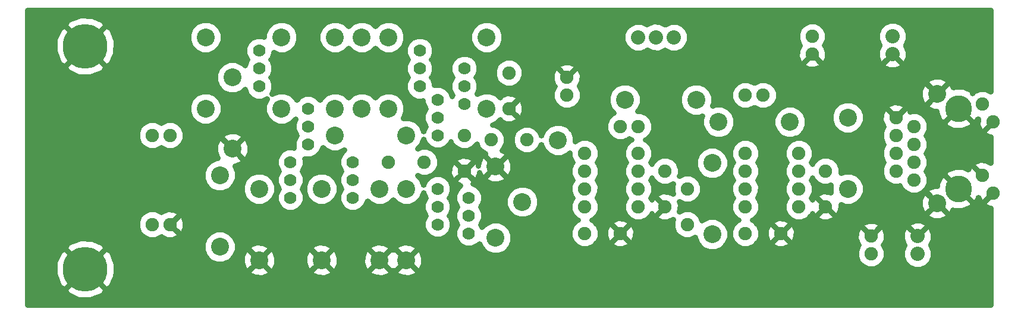
<source format=gbr>
G04 #@! TF.FileFunction,Copper,L1,Top,Signal*
%FSLAX46Y46*%
G04 Gerber Fmt 4.6, Leading zero omitted, Abs format (unit mm)*
G04 Created by KiCad (PCBNEW 4.0.1-3.201512221402+6198~38~ubuntu15.04.1-stable) date Tue 29 Mar 2016 09:19:16 AM EDT*
%MOMM*%
G01*
G04 APERTURE LIST*
%ADD10C,0.100000*%
%ADD11C,2.032000*%
%ADD12C,1.905000*%
%ADD13C,3.810000*%
%ADD14C,2.540000*%
%ADD15C,1.778000*%
%ADD16C,6.350000*%
%ADD17C,0.787400*%
G04 APERTURE END LIST*
D10*
D11*
X168910000Y-90678000D03*
X168910000Y-93218000D03*
X172466000Y-119126000D03*
X172466000Y-121666000D03*
D12*
X66040000Y-117475000D03*
X63500000Y-117475000D03*
X122555000Y-99060000D03*
X122555000Y-96520000D03*
X114300000Y-95885000D03*
X114300000Y-100965000D03*
X157480000Y-90678000D03*
X157480000Y-93218000D03*
X102235000Y-108585000D03*
X97155000Y-108585000D03*
X165862000Y-119126000D03*
X165862000Y-121666000D03*
X116840000Y-105410000D03*
X111760000Y-105410000D03*
X125095000Y-118745000D03*
X130175000Y-118745000D03*
X132715000Y-103505000D03*
X130175000Y-103505000D03*
X136525000Y-114935000D03*
X136525000Y-109855000D03*
X139700000Y-117475000D03*
X139700000Y-112395000D03*
X147955000Y-118745000D03*
X153035000Y-118745000D03*
X150495000Y-99060000D03*
X147955000Y-99060000D03*
X159385000Y-114935000D03*
X159385000Y-109855000D03*
X107950000Y-104775000D03*
X107950000Y-109855000D03*
X66040000Y-104775000D03*
X63500000Y-104775000D03*
D13*
X178308000Y-112395000D03*
X178308000Y-100965000D03*
D12*
X181686200Y-110464600D03*
X181686200Y-100355400D03*
X183207660Y-113004600D03*
X183207660Y-102895400D03*
D14*
X175260000Y-114454940D03*
X175260000Y-98905060D03*
D12*
X171958000Y-111125000D03*
X169418000Y-102235000D03*
X169418000Y-109855000D03*
X171958000Y-108585000D03*
X169418000Y-107315000D03*
X171958000Y-106045000D03*
X169418000Y-104775000D03*
X171958000Y-103505000D03*
D14*
X73152000Y-120650000D03*
X73152000Y-110490000D03*
X99695000Y-104775000D03*
X89535000Y-104775000D03*
D15*
X85725000Y-106045000D03*
X85725000Y-103505000D03*
X85725000Y-100965000D03*
X78740000Y-97790000D03*
X78740000Y-95250000D03*
X78740000Y-92710000D03*
X83185000Y-113665000D03*
X83185000Y-111125000D03*
X83185000Y-108585000D03*
X92075000Y-113665000D03*
X92075000Y-111125000D03*
X92075000Y-108585000D03*
X104140000Y-117475000D03*
X104140000Y-114935000D03*
X104140000Y-112395000D03*
X108585000Y-118745000D03*
X108585000Y-116205000D03*
X108585000Y-113665000D03*
X104140000Y-104775000D03*
X104140000Y-102235000D03*
X104140000Y-99695000D03*
X101600000Y-97790000D03*
X101600000Y-95250000D03*
X101600000Y-92710000D03*
X107950000Y-100330000D03*
X107950000Y-97790000D03*
X107950000Y-95250000D03*
D14*
X89535000Y-90805000D03*
X89535000Y-100965000D03*
X71120000Y-90805000D03*
X71120000Y-100965000D03*
X74930000Y-96520000D03*
X74930000Y-106680000D03*
X78740000Y-112395000D03*
X78740000Y-122555000D03*
X87630000Y-112395000D03*
X87630000Y-122555000D03*
X97155000Y-90805000D03*
X97155000Y-100965000D03*
X116205000Y-114254409D03*
X121285000Y-105455591D03*
X93345000Y-90805000D03*
X93345000Y-100965000D03*
X95885000Y-112395000D03*
X95885000Y-122555000D03*
X140970000Y-99695000D03*
X130810000Y-99695000D03*
X143256000Y-108712000D03*
X143256000Y-118872000D03*
X154305000Y-102870000D03*
X144145000Y-102870000D03*
X162560000Y-102235000D03*
X162560000Y-112395000D03*
X81915000Y-90805000D03*
X81915000Y-100965000D03*
X111125000Y-90805000D03*
X111125000Y-100965000D03*
X99695000Y-112395000D03*
X99695000Y-122555000D03*
X112395000Y-119380000D03*
X112395000Y-109220000D03*
D11*
X135255000Y-90805000D03*
X137795000Y-90805000D03*
X132715000Y-90805000D03*
D12*
X125095000Y-107315000D03*
X125095000Y-109855000D03*
X125095000Y-112395000D03*
X125095000Y-114935000D03*
X132715000Y-114935000D03*
X132715000Y-112395000D03*
X132715000Y-109855000D03*
X132715000Y-107315000D03*
X147955000Y-107315000D03*
X147955000Y-109855000D03*
X147955000Y-112395000D03*
X147955000Y-114935000D03*
X155575000Y-114935000D03*
X155575000Y-112395000D03*
X155575000Y-109855000D03*
X155575000Y-107315000D03*
D16*
X53975000Y-123825000D03*
X53975000Y-92075000D03*
D17*
G36*
X182893900Y-98546652D02*
X182112461Y-98222171D01*
X181263663Y-98221430D01*
X180479191Y-98545567D01*
X180259493Y-98764882D01*
X180147212Y-98411936D01*
X179030194Y-97902441D01*
X177803230Y-97859193D01*
X177524623Y-97963256D01*
X177384187Y-97588463D01*
X177289269Y-97446408D01*
X176827308Y-97355713D01*
X175277961Y-98905060D01*
X175292103Y-98919202D01*
X175274142Y-98937163D01*
X175260000Y-98923021D01*
X173710653Y-100472368D01*
X173801348Y-100934329D01*
X174688948Y-101338062D01*
X175206212Y-101355753D01*
X175202193Y-101469770D01*
X175631775Y-102619888D01*
X175754936Y-102804212D01*
X176282877Y-102972163D01*
X178290039Y-100965000D01*
X178275897Y-100950858D01*
X178293858Y-100932897D01*
X178308000Y-100947039D01*
X178322142Y-100932897D01*
X178340103Y-100950858D01*
X178325961Y-100965000D01*
X180333123Y-102972163D01*
X180861064Y-102804212D01*
X181045603Y-102399629D01*
X181088847Y-102417586D01*
X181061066Y-103248245D01*
X181359494Y-104042852D01*
X181440290Y-104163772D01*
X181869261Y-104215838D01*
X182893900Y-103191199D01*
X182893900Y-103227121D01*
X181887222Y-104233799D01*
X181939288Y-104662770D01*
X182712180Y-105013622D01*
X182893900Y-105019700D01*
X182893900Y-108669688D01*
X182181680Y-108346378D01*
X181333355Y-108318006D01*
X180538748Y-108616434D01*
X180417828Y-108697230D01*
X180365762Y-109126201D01*
X181686200Y-110446639D01*
X181700342Y-110432497D01*
X181718303Y-110450458D01*
X181704161Y-110464600D01*
X181718303Y-110478742D01*
X181700342Y-110496703D01*
X181686200Y-110482561D01*
X181672058Y-110496703D01*
X181654097Y-110478742D01*
X181668239Y-110464600D01*
X180347801Y-109144162D01*
X179918830Y-109196228D01*
X179715169Y-109644872D01*
X179030194Y-109332441D01*
X177803230Y-109289193D01*
X176653112Y-109718775D01*
X176468788Y-109841936D01*
X176300837Y-110369877D01*
X178308000Y-112377039D01*
X178322142Y-112362897D01*
X178340103Y-112380858D01*
X178325961Y-112395000D01*
X180333123Y-114402163D01*
X180861064Y-114234212D01*
X181151340Y-113597811D01*
X181359494Y-114152052D01*
X181440290Y-114272972D01*
X181869261Y-114325038D01*
X182893900Y-113300399D01*
X182893900Y-113336321D01*
X181887222Y-114342999D01*
X181939288Y-114771970D01*
X182712180Y-115122822D01*
X182893900Y-115128900D01*
X182893900Y-128918900D01*
X45706100Y-128918900D01*
X45706100Y-126765749D01*
X51052212Y-126765749D01*
X51374671Y-127425651D01*
X52950519Y-128146670D01*
X54682334Y-128209755D01*
X56306465Y-127605300D01*
X56575329Y-127425651D01*
X56897788Y-126765749D01*
X53975000Y-123842961D01*
X51052212Y-126765749D01*
X45706100Y-126765749D01*
X45706100Y-124532334D01*
X49590245Y-124532334D01*
X50194700Y-126156465D01*
X50374349Y-126425329D01*
X51034251Y-126747788D01*
X53957039Y-123825000D01*
X53992961Y-123825000D01*
X56915749Y-126747788D01*
X57575651Y-126425329D01*
X58296670Y-124849481D01*
X58323158Y-124122308D01*
X77190653Y-124122308D01*
X77281348Y-124584269D01*
X78168948Y-124988002D01*
X79143486Y-125021333D01*
X80056597Y-124679187D01*
X80198652Y-124584269D01*
X80289347Y-124122308D01*
X86080653Y-124122308D01*
X86171348Y-124584269D01*
X87058948Y-124988002D01*
X88033486Y-125021333D01*
X88946597Y-124679187D01*
X89088652Y-124584269D01*
X89179347Y-124122308D01*
X94335653Y-124122308D01*
X94426348Y-124584269D01*
X95313948Y-124988002D01*
X96288486Y-125021333D01*
X97201597Y-124679187D01*
X97343652Y-124584269D01*
X97434347Y-124122308D01*
X98145653Y-124122308D01*
X98236348Y-124584269D01*
X99123948Y-124988002D01*
X100098486Y-125021333D01*
X101011597Y-124679187D01*
X101153652Y-124584269D01*
X101244347Y-124122308D01*
X99695000Y-122572961D01*
X98145653Y-124122308D01*
X97434347Y-124122308D01*
X95885000Y-122572961D01*
X94335653Y-124122308D01*
X89179347Y-124122308D01*
X87630000Y-122572961D01*
X86080653Y-124122308D01*
X80289347Y-124122308D01*
X78740000Y-122572961D01*
X77190653Y-124122308D01*
X58323158Y-124122308D01*
X58359755Y-123117666D01*
X57755300Y-121493535D01*
X57575651Y-121224671D01*
X57392992Y-121135415D01*
X70700475Y-121135415D01*
X71072847Y-122036623D01*
X71761751Y-122726730D01*
X72662307Y-123100674D01*
X73637415Y-123101525D01*
X73983595Y-122958486D01*
X76273667Y-122958486D01*
X76615813Y-123871597D01*
X76710731Y-124013652D01*
X77172692Y-124104347D01*
X78722039Y-122555000D01*
X78757961Y-122555000D01*
X80307308Y-124104347D01*
X80769269Y-124013652D01*
X81173002Y-123126052D01*
X81178733Y-122958486D01*
X85163667Y-122958486D01*
X85505813Y-123871597D01*
X85600731Y-124013652D01*
X86062692Y-124104347D01*
X87612039Y-122555000D01*
X87647961Y-122555000D01*
X89197308Y-124104347D01*
X89659269Y-124013652D01*
X90063002Y-123126052D01*
X90068733Y-122958486D01*
X93418667Y-122958486D01*
X93760813Y-123871597D01*
X93855731Y-124013652D01*
X94317692Y-124104347D01*
X95867039Y-122555000D01*
X95902961Y-122555000D01*
X97452308Y-124104347D01*
X97790000Y-124038049D01*
X98127692Y-124104347D01*
X99677039Y-122555000D01*
X99712961Y-122555000D01*
X101262308Y-124104347D01*
X101724269Y-124013652D01*
X102128002Y-123126052D01*
X102161333Y-122151514D01*
X101819187Y-121238403D01*
X101724269Y-121096348D01*
X101262308Y-121005653D01*
X99712961Y-122555000D01*
X99677039Y-122555000D01*
X98127692Y-121005653D01*
X97790000Y-121071951D01*
X97452308Y-121005653D01*
X95902961Y-122555000D01*
X95867039Y-122555000D01*
X94317692Y-121005653D01*
X93855731Y-121096348D01*
X93451998Y-121983948D01*
X93418667Y-122958486D01*
X90068733Y-122958486D01*
X90096333Y-122151514D01*
X89754187Y-121238403D01*
X89659269Y-121096348D01*
X89197308Y-121005653D01*
X87647961Y-122555000D01*
X87612039Y-122555000D01*
X86062692Y-121005653D01*
X85600731Y-121096348D01*
X85196998Y-121983948D01*
X85163667Y-122958486D01*
X81178733Y-122958486D01*
X81206333Y-122151514D01*
X80864187Y-121238403D01*
X80769269Y-121096348D01*
X80307308Y-121005653D01*
X78757961Y-122555000D01*
X78722039Y-122555000D01*
X77172692Y-121005653D01*
X76710731Y-121096348D01*
X76306998Y-121983948D01*
X76273667Y-122958486D01*
X73983595Y-122958486D01*
X74538623Y-122729153D01*
X75228730Y-122040249D01*
X75602674Y-121139693D01*
X75602806Y-120987692D01*
X77190653Y-120987692D01*
X78740000Y-122537039D01*
X80289347Y-120987692D01*
X86080653Y-120987692D01*
X87630000Y-122537039D01*
X89179347Y-120987692D01*
X94335653Y-120987692D01*
X95885000Y-122537039D01*
X97434347Y-120987692D01*
X98145653Y-120987692D01*
X99695000Y-122537039D01*
X101244347Y-120987692D01*
X101153652Y-120525731D01*
X100266052Y-120121998D01*
X99291514Y-120088667D01*
X98378403Y-120430813D01*
X98236348Y-120525731D01*
X98145653Y-120987692D01*
X97434347Y-120987692D01*
X97343652Y-120525731D01*
X96456052Y-120121998D01*
X95481514Y-120088667D01*
X94568403Y-120430813D01*
X94426348Y-120525731D01*
X94335653Y-120987692D01*
X89179347Y-120987692D01*
X89088652Y-120525731D01*
X88201052Y-120121998D01*
X87226514Y-120088667D01*
X86313403Y-120430813D01*
X86171348Y-120525731D01*
X86080653Y-120987692D01*
X80289347Y-120987692D01*
X80198652Y-120525731D01*
X79311052Y-120121998D01*
X78336514Y-120088667D01*
X77423403Y-120430813D01*
X77281348Y-120525731D01*
X77190653Y-120987692D01*
X75602806Y-120987692D01*
X75603525Y-120164585D01*
X75231153Y-119263377D01*
X74542249Y-118573270D01*
X73641693Y-118199326D01*
X72666585Y-118198475D01*
X71765377Y-118570847D01*
X71075270Y-119259751D01*
X70701326Y-120160307D01*
X70700475Y-121135415D01*
X57392992Y-121135415D01*
X56915749Y-120902212D01*
X53992961Y-123825000D01*
X53957039Y-123825000D01*
X51034251Y-120902212D01*
X50374349Y-121224671D01*
X49653330Y-122800519D01*
X49590245Y-124532334D01*
X45706100Y-124532334D01*
X45706100Y-120884251D01*
X51052212Y-120884251D01*
X53975000Y-123807039D01*
X56897788Y-120884251D01*
X56575329Y-120224349D01*
X54999481Y-119503330D01*
X53267666Y-119440245D01*
X51643535Y-120044700D01*
X51374671Y-120224349D01*
X51052212Y-120884251D01*
X45706100Y-120884251D01*
X45706100Y-117897537D01*
X61366030Y-117897537D01*
X61690167Y-118682009D01*
X62289835Y-119282724D01*
X63073739Y-119608229D01*
X63922537Y-119608970D01*
X64707009Y-119284833D01*
X64769242Y-119222709D01*
X64771628Y-119242370D01*
X65544520Y-119593222D01*
X66392845Y-119621594D01*
X67187452Y-119323166D01*
X67308372Y-119242370D01*
X67360438Y-118813399D01*
X66040000Y-117492961D01*
X66025858Y-117507103D01*
X66007897Y-117489142D01*
X66022039Y-117475000D01*
X66057961Y-117475000D01*
X67378399Y-118795438D01*
X67807370Y-118743372D01*
X68158222Y-117970480D01*
X68186594Y-117122155D01*
X67888166Y-116327548D01*
X67807370Y-116206628D01*
X67378399Y-116154562D01*
X66057961Y-117475000D01*
X66022039Y-117475000D01*
X66007897Y-117460858D01*
X66025858Y-117442897D01*
X66040000Y-117457039D01*
X67360438Y-116136601D01*
X67308372Y-115707630D01*
X66535480Y-115356778D01*
X65687155Y-115328406D01*
X64892548Y-115626834D01*
X64771628Y-115707630D01*
X64769332Y-115726546D01*
X64710165Y-115667276D01*
X63926261Y-115341771D01*
X63077463Y-115341030D01*
X62292991Y-115665167D01*
X61692276Y-116264835D01*
X61366771Y-117048739D01*
X61366030Y-117897537D01*
X45706100Y-117897537D01*
X45706100Y-110975415D01*
X70700475Y-110975415D01*
X71072847Y-111876623D01*
X71761751Y-112566730D01*
X72662307Y-112940674D01*
X73637415Y-112941525D01*
X73785312Y-112880415D01*
X76288475Y-112880415D01*
X76660847Y-113781623D01*
X77349751Y-114471730D01*
X78250307Y-114845674D01*
X79225415Y-114846525D01*
X80126623Y-114474153D01*
X80816730Y-113785249D01*
X81190674Y-112884693D01*
X81191525Y-111909585D01*
X80819153Y-111008377D01*
X80130249Y-110318270D01*
X79229693Y-109944326D01*
X78254585Y-109943475D01*
X77353377Y-110315847D01*
X76663270Y-111004751D01*
X76289326Y-111905307D01*
X76288475Y-112880415D01*
X73785312Y-112880415D01*
X74538623Y-112569153D01*
X75228730Y-111880249D01*
X75602674Y-110979693D01*
X75603525Y-110004585D01*
X75247690Y-109143399D01*
X75333486Y-109146333D01*
X76246597Y-108804187D01*
X76388652Y-108709269D01*
X76479347Y-108247308D01*
X74930000Y-106697961D01*
X74915858Y-106712103D01*
X74897897Y-106694142D01*
X74912039Y-106680000D01*
X74947961Y-106680000D01*
X76497308Y-108229347D01*
X76959269Y-108138652D01*
X77363002Y-107251052D01*
X77396333Y-106276514D01*
X77054187Y-105363403D01*
X76959269Y-105221348D01*
X76497308Y-105130653D01*
X74947961Y-106680000D01*
X74912039Y-106680000D01*
X73362692Y-105130653D01*
X72900731Y-105221348D01*
X72496998Y-106108948D01*
X72463667Y-107083486D01*
X72805813Y-107996597D01*
X72833893Y-108038621D01*
X72666585Y-108038475D01*
X71765377Y-108410847D01*
X71075270Y-109099751D01*
X70701326Y-110000307D01*
X70700475Y-110975415D01*
X45706100Y-110975415D01*
X45706100Y-105197537D01*
X61366030Y-105197537D01*
X61690167Y-105982009D01*
X62289835Y-106582724D01*
X63073739Y-106908229D01*
X63922537Y-106908970D01*
X64707009Y-106584833D01*
X64769584Y-106522367D01*
X64829835Y-106582724D01*
X65613739Y-106908229D01*
X66462537Y-106908970D01*
X67247009Y-106584833D01*
X67847724Y-105985165D01*
X68173229Y-105201261D01*
X68173306Y-105112692D01*
X73380653Y-105112692D01*
X74930000Y-106662039D01*
X76479347Y-105112692D01*
X76388652Y-104650731D01*
X75501052Y-104246998D01*
X74526514Y-104213667D01*
X73613403Y-104555813D01*
X73471348Y-104650731D01*
X73380653Y-105112692D01*
X68173306Y-105112692D01*
X68173970Y-104352463D01*
X67849833Y-103567991D01*
X67250165Y-102967276D01*
X66466261Y-102641771D01*
X65617463Y-102641030D01*
X64832991Y-102965167D01*
X64770416Y-103027633D01*
X64710165Y-102967276D01*
X63926261Y-102641771D01*
X63077463Y-102641030D01*
X62292991Y-102965167D01*
X61692276Y-103564835D01*
X61366771Y-104348739D01*
X61366030Y-105197537D01*
X45706100Y-105197537D01*
X45706100Y-101450415D01*
X68668475Y-101450415D01*
X69040847Y-102351623D01*
X69729751Y-103041730D01*
X70630307Y-103415674D01*
X71605415Y-103416525D01*
X72506623Y-103044153D01*
X73196730Y-102355249D01*
X73570674Y-101454693D01*
X73571525Y-100479585D01*
X73199153Y-99578377D01*
X72510249Y-98888270D01*
X71609693Y-98514326D01*
X70634585Y-98513475D01*
X69733377Y-98885847D01*
X69043270Y-99574751D01*
X68669326Y-100475307D01*
X68668475Y-101450415D01*
X45706100Y-101450415D01*
X45706100Y-97005415D01*
X72478475Y-97005415D01*
X72850847Y-97906623D01*
X73539751Y-98596730D01*
X74440307Y-98970674D01*
X75415415Y-98971525D01*
X76316623Y-98599153D01*
X76683257Y-98233158D01*
X76984031Y-98961086D01*
X77565851Y-99543922D01*
X78326425Y-99859740D01*
X79149962Y-99860459D01*
X79837616Y-99576326D01*
X79464326Y-100475307D01*
X79463475Y-101450415D01*
X79835847Y-102351623D01*
X80524751Y-103041730D01*
X81425307Y-103415674D01*
X82400415Y-103416525D01*
X83301623Y-103044153D01*
X83939153Y-102407734D01*
X83655260Y-103091425D01*
X83654541Y-103914962D01*
X83969031Y-104676086D01*
X84067435Y-104774662D01*
X83971078Y-104870851D01*
X83655260Y-105631425D01*
X83654541Y-106454962D01*
X83696206Y-106555800D01*
X83598575Y-106515260D01*
X82775038Y-106514541D01*
X82013914Y-106829031D01*
X81431078Y-107410851D01*
X81115260Y-108171425D01*
X81114541Y-108994962D01*
X81429031Y-109756086D01*
X81527435Y-109854662D01*
X81431078Y-109950851D01*
X81115260Y-110711425D01*
X81114541Y-111534962D01*
X81429031Y-112296086D01*
X81527435Y-112394662D01*
X81431078Y-112490851D01*
X81115260Y-113251425D01*
X81114541Y-114074962D01*
X81429031Y-114836086D01*
X82010851Y-115418922D01*
X82771425Y-115734740D01*
X83594962Y-115735459D01*
X84356086Y-115420969D01*
X84938922Y-114839149D01*
X85254740Y-114078575D01*
X85255459Y-113255038D01*
X85100668Y-112880415D01*
X85178475Y-112880415D01*
X85550847Y-113781623D01*
X86239751Y-114471730D01*
X87140307Y-114845674D01*
X88115415Y-114846525D01*
X89016623Y-114474153D01*
X89706730Y-113785249D01*
X90080674Y-112884693D01*
X90081525Y-111909585D01*
X89709153Y-111008377D01*
X89020249Y-110318270D01*
X88119693Y-109944326D01*
X87144585Y-109943475D01*
X86243377Y-110315847D01*
X85553270Y-111004751D01*
X85179326Y-111905307D01*
X85178475Y-112880415D01*
X85100668Y-112880415D01*
X84940969Y-112493914D01*
X84842565Y-112395338D01*
X84938922Y-112299149D01*
X85254740Y-111538575D01*
X85255459Y-110715038D01*
X84940969Y-109953914D01*
X84842565Y-109855338D01*
X84938922Y-109759149D01*
X85254740Y-108998575D01*
X85255459Y-108175038D01*
X85213794Y-108074200D01*
X85311425Y-108114740D01*
X86134962Y-108115459D01*
X86896086Y-107800969D01*
X87478922Y-107219149D01*
X87782267Y-106488613D01*
X88144751Y-106851730D01*
X89045307Y-107225674D01*
X90020415Y-107226525D01*
X90848468Y-106884380D01*
X90321078Y-107410851D01*
X90005260Y-108171425D01*
X90004541Y-108994962D01*
X90319031Y-109756086D01*
X90417435Y-109854662D01*
X90321078Y-109950851D01*
X90005260Y-110711425D01*
X90004541Y-111534962D01*
X90319031Y-112296086D01*
X90417435Y-112394662D01*
X90321078Y-112490851D01*
X90005260Y-113251425D01*
X90004541Y-114074962D01*
X90319031Y-114836086D01*
X90900851Y-115418922D01*
X91661425Y-115734740D01*
X92484962Y-115735459D01*
X93246086Y-115420969D01*
X93828922Y-114839149D01*
X94132267Y-114108613D01*
X94494751Y-114471730D01*
X95395307Y-114845674D01*
X96370415Y-114846525D01*
X97271623Y-114474153D01*
X97790300Y-113956380D01*
X98304751Y-114471730D01*
X99205307Y-114845674D01*
X100180415Y-114846525D01*
X101081623Y-114474153D01*
X101771730Y-113785249D01*
X102124026Y-112936826D01*
X102384031Y-113566086D01*
X102482435Y-113664662D01*
X102386078Y-113760851D01*
X102070260Y-114521425D01*
X102069541Y-115344962D01*
X102384031Y-116106086D01*
X102482435Y-116204662D01*
X102386078Y-116300851D01*
X102070260Y-117061425D01*
X102069541Y-117884962D01*
X102384031Y-118646086D01*
X102965851Y-119228922D01*
X103726425Y-119544740D01*
X104549962Y-119545459D01*
X105311086Y-119230969D01*
X105893922Y-118649149D01*
X106209740Y-117888575D01*
X106210459Y-117065038D01*
X105895969Y-116303914D01*
X105797565Y-116205338D01*
X105893922Y-116109149D01*
X106209740Y-115348575D01*
X106210459Y-114525038D01*
X106024492Y-114074962D01*
X106514541Y-114074962D01*
X106829031Y-114836086D01*
X106927435Y-114934662D01*
X106831078Y-115030851D01*
X106515260Y-115791425D01*
X106514541Y-116614962D01*
X106829031Y-117376086D01*
X106927435Y-117474662D01*
X106831078Y-117570851D01*
X106515260Y-118331425D01*
X106514541Y-119154962D01*
X106829031Y-119916086D01*
X107410851Y-120498922D01*
X108171425Y-120814740D01*
X108994962Y-120815459D01*
X109756086Y-120500969D01*
X110074673Y-120182938D01*
X110315847Y-120766623D01*
X111004751Y-121456730D01*
X111905307Y-121830674D01*
X112880415Y-121831525D01*
X113781623Y-121459153D01*
X114471730Y-120770249D01*
X114845674Y-119869693D01*
X114846525Y-118894585D01*
X114474153Y-117993377D01*
X113785249Y-117303270D01*
X112884693Y-116929326D01*
X111909585Y-116928475D01*
X111008377Y-117300847D01*
X110455986Y-117852275D01*
X110340969Y-117573914D01*
X110242565Y-117475338D01*
X110338922Y-117379149D01*
X110654740Y-116618575D01*
X110655459Y-115795038D01*
X110340969Y-115033914D01*
X110242565Y-114935338D01*
X110338922Y-114839149D01*
X110380165Y-114739824D01*
X113753475Y-114739824D01*
X114125847Y-115641032D01*
X114814751Y-116331139D01*
X115715307Y-116705083D01*
X116690415Y-116705934D01*
X117591623Y-116333562D01*
X118281730Y-115644658D01*
X118655674Y-114744102D01*
X118656525Y-113768994D01*
X118284153Y-112867786D01*
X117595249Y-112177679D01*
X116694693Y-111803735D01*
X115719585Y-111802884D01*
X114818377Y-112175256D01*
X114128270Y-112864160D01*
X113754326Y-113764716D01*
X113753475Y-114739824D01*
X110380165Y-114739824D01*
X110654740Y-114078575D01*
X110655459Y-113255038D01*
X110340969Y-112493914D01*
X109759149Y-111911078D01*
X109159154Y-111661938D01*
X109218372Y-111622370D01*
X109270438Y-111193399D01*
X107950000Y-109872961D01*
X106629562Y-111193399D01*
X106681628Y-111622370D01*
X107382405Y-111940485D01*
X106831078Y-112490851D01*
X106515260Y-113251425D01*
X106514541Y-114074962D01*
X106024492Y-114074962D01*
X105895969Y-113763914D01*
X105797565Y-113665338D01*
X105893922Y-113569149D01*
X106209740Y-112808575D01*
X106210459Y-111985038D01*
X105895969Y-111223914D01*
X105314149Y-110641078D01*
X104553575Y-110325260D01*
X103730038Y-110324541D01*
X102968914Y-110639031D01*
X102386078Y-111220851D01*
X102123365Y-111853534D01*
X101774153Y-111008377D01*
X101254965Y-110488282D01*
X101808739Y-110718229D01*
X102657537Y-110718970D01*
X103442009Y-110394833D01*
X103629323Y-110207845D01*
X105803406Y-110207845D01*
X106101834Y-111002452D01*
X106182630Y-111123372D01*
X106611601Y-111175438D01*
X107932039Y-109855000D01*
X107967961Y-109855000D01*
X109288399Y-111175438D01*
X109717370Y-111123372D01*
X109869925Y-110787308D01*
X110845653Y-110787308D01*
X110936348Y-111249269D01*
X111823948Y-111653002D01*
X112798486Y-111686333D01*
X113711597Y-111344187D01*
X113853652Y-111249269D01*
X113944347Y-110787308D01*
X112395000Y-109237961D01*
X110845653Y-110787308D01*
X109869925Y-110787308D01*
X110068222Y-110350480D01*
X110079108Y-110024980D01*
X110270813Y-110536597D01*
X110365731Y-110678652D01*
X110827692Y-110769347D01*
X112377039Y-109220000D01*
X112412961Y-109220000D01*
X113962308Y-110769347D01*
X114424269Y-110678652D01*
X114828002Y-109791052D01*
X114861333Y-108816514D01*
X114519187Y-107903403D01*
X114424269Y-107761348D01*
X113962308Y-107670653D01*
X112412961Y-109220000D01*
X112377039Y-109220000D01*
X110827692Y-107670653D01*
X110365731Y-107761348D01*
X109961998Y-108648948D01*
X109946487Y-109102473D01*
X109798166Y-108707548D01*
X109717370Y-108586628D01*
X109288399Y-108534562D01*
X107967961Y-109855000D01*
X107932039Y-109855000D01*
X106611601Y-108534562D01*
X106182630Y-108586628D01*
X105831778Y-109359520D01*
X105803406Y-110207845D01*
X103629323Y-110207845D01*
X104042724Y-109795165D01*
X104368229Y-109011261D01*
X104368660Y-108516601D01*
X106629562Y-108516601D01*
X107950000Y-109837039D01*
X109270438Y-108516601D01*
X109218372Y-108087630D01*
X108445480Y-107736778D01*
X107597155Y-107708406D01*
X106802548Y-108006834D01*
X106681628Y-108087630D01*
X106629562Y-108516601D01*
X104368660Y-108516601D01*
X104368970Y-108162463D01*
X104044833Y-107377991D01*
X103445165Y-106777276D01*
X102661261Y-106451771D01*
X101812463Y-106451030D01*
X101254503Y-106681574D01*
X101771730Y-106165249D01*
X102124026Y-105316826D01*
X102384031Y-105946086D01*
X102965851Y-106528922D01*
X103726425Y-106844740D01*
X104549962Y-106845459D01*
X105311086Y-106530969D01*
X105893922Y-105949149D01*
X106010543Y-105668295D01*
X106140167Y-105982009D01*
X106739835Y-106582724D01*
X107523739Y-106908229D01*
X108372537Y-106908970D01*
X109157009Y-106584833D01*
X109709136Y-106033669D01*
X109950167Y-106617009D01*
X110549835Y-107217724D01*
X110902314Y-107364086D01*
X110845653Y-107652692D01*
X112395000Y-109202039D01*
X113944347Y-107652692D01*
X113853652Y-107190731D01*
X113264576Y-106922784D01*
X113567724Y-106620165D01*
X113893229Y-105836261D01*
X113893232Y-105832537D01*
X114706030Y-105832537D01*
X115030167Y-106617009D01*
X115629835Y-107217724D01*
X116413739Y-107543229D01*
X117262537Y-107543970D01*
X118047009Y-107219833D01*
X118647724Y-106620165D01*
X118881486Y-106057202D01*
X119205847Y-106842214D01*
X119894751Y-107532321D01*
X120795307Y-107906265D01*
X121770415Y-107907116D01*
X122671623Y-107534744D01*
X122961460Y-107245413D01*
X122961030Y-107737537D01*
X123285167Y-108522009D01*
X123347633Y-108584584D01*
X123287276Y-108644835D01*
X122961771Y-109428739D01*
X122961030Y-110277537D01*
X123285167Y-111062009D01*
X123347291Y-111124242D01*
X123327630Y-111126628D01*
X122976778Y-111899520D01*
X122948406Y-112747845D01*
X123246834Y-113542452D01*
X123327630Y-113663372D01*
X123346546Y-113665668D01*
X123287276Y-113724835D01*
X122961771Y-114508739D01*
X122961030Y-115357537D01*
X123285167Y-116142009D01*
X123884835Y-116742724D01*
X124118708Y-116839837D01*
X123887991Y-116935167D01*
X123287276Y-117534835D01*
X122961771Y-118318739D01*
X122961030Y-119167537D01*
X123285167Y-119952009D01*
X123884835Y-120552724D01*
X124668739Y-120878229D01*
X125517537Y-120878970D01*
X126302009Y-120554833D01*
X126774266Y-120083399D01*
X128854562Y-120083399D01*
X128906628Y-120512370D01*
X129679520Y-120863222D01*
X130527845Y-120891594D01*
X131322452Y-120593166D01*
X131443372Y-120512370D01*
X131495438Y-120083399D01*
X130175000Y-118762961D01*
X128854562Y-120083399D01*
X126774266Y-120083399D01*
X126902724Y-119955165D01*
X127228229Y-119171261D01*
X127228293Y-119097845D01*
X128028406Y-119097845D01*
X128326834Y-119892452D01*
X128407630Y-120013372D01*
X128836601Y-120065438D01*
X130157039Y-118745000D01*
X130192961Y-118745000D01*
X131513399Y-120065438D01*
X131942370Y-120013372D01*
X132293222Y-119240480D01*
X132321594Y-118392155D01*
X132023166Y-117597548D01*
X131942370Y-117476628D01*
X131513399Y-117424562D01*
X130192961Y-118745000D01*
X130157039Y-118745000D01*
X128836601Y-117424562D01*
X128407630Y-117476628D01*
X128056778Y-118249520D01*
X128028406Y-119097845D01*
X127228293Y-119097845D01*
X127228970Y-118322463D01*
X126904833Y-117537991D01*
X126773673Y-117406601D01*
X128854562Y-117406601D01*
X130175000Y-118727039D01*
X131495438Y-117406601D01*
X131443372Y-116977630D01*
X130670480Y-116626778D01*
X129822155Y-116598406D01*
X129027548Y-116896834D01*
X128906628Y-116977630D01*
X128854562Y-117406601D01*
X126773673Y-117406601D01*
X126305165Y-116937276D01*
X126071292Y-116840163D01*
X126302009Y-116744833D01*
X126902724Y-116145165D01*
X127228229Y-115361261D01*
X127228970Y-114512463D01*
X126904833Y-113727991D01*
X126842709Y-113665758D01*
X126862370Y-113663372D01*
X127213222Y-112890480D01*
X127241594Y-112042155D01*
X126943166Y-111247548D01*
X126862370Y-111126628D01*
X126843454Y-111124332D01*
X126902724Y-111065165D01*
X127228229Y-110281261D01*
X127228970Y-109432463D01*
X126904833Y-108647991D01*
X126842367Y-108585416D01*
X126902724Y-108525165D01*
X127228229Y-107741261D01*
X127228970Y-106892463D01*
X126904833Y-106107991D01*
X126305165Y-105507276D01*
X125521261Y-105181771D01*
X124672463Y-105181030D01*
X123887991Y-105505167D01*
X123735926Y-105656967D01*
X123736525Y-104970176D01*
X123364153Y-104068968D01*
X123222969Y-103927537D01*
X128041030Y-103927537D01*
X128365167Y-104712009D01*
X128964835Y-105312724D01*
X129748739Y-105638229D01*
X130597537Y-105638970D01*
X131382009Y-105314833D01*
X131444584Y-105252367D01*
X131504835Y-105312724D01*
X131738708Y-105409837D01*
X131507991Y-105505167D01*
X130907276Y-106104835D01*
X130581771Y-106888739D01*
X130581030Y-107737537D01*
X130905167Y-108522009D01*
X130967633Y-108584584D01*
X130907276Y-108644835D01*
X130581771Y-109428739D01*
X130581030Y-110277537D01*
X130905167Y-111062009D01*
X130967633Y-111124584D01*
X130907276Y-111184835D01*
X130581771Y-111968739D01*
X130581030Y-112817537D01*
X130905167Y-113602009D01*
X130967633Y-113664584D01*
X130907276Y-113724835D01*
X130581771Y-114508739D01*
X130581030Y-115357537D01*
X130905167Y-116142009D01*
X131504835Y-116742724D01*
X132288739Y-117068229D01*
X133137537Y-117068970D01*
X133922009Y-116744833D01*
X134522724Y-116145165D01*
X134616012Y-115920503D01*
X134676834Y-116082452D01*
X134757630Y-116203372D01*
X135186601Y-116255438D01*
X136507039Y-114935000D01*
X135186601Y-113614562D01*
X134757630Y-113666628D01*
X134622488Y-113964333D01*
X134524833Y-113727991D01*
X134462367Y-113665416D01*
X134522724Y-113605165D01*
X134848229Y-112821261D01*
X134848970Y-111972463D01*
X134524833Y-111187991D01*
X134462367Y-111125416D01*
X134522724Y-111065165D01*
X134619837Y-110831292D01*
X134715167Y-111062009D01*
X135314835Y-111662724D01*
X136098739Y-111988229D01*
X136947537Y-111988970D01*
X137684877Y-111684307D01*
X137566771Y-111968739D01*
X137566030Y-112817537D01*
X137691595Y-113121429D01*
X137020480Y-112816778D01*
X136172155Y-112788406D01*
X135377548Y-113086834D01*
X135256628Y-113167630D01*
X135204562Y-113596601D01*
X136525000Y-114917039D01*
X136539142Y-114902897D01*
X136557103Y-114920858D01*
X136542961Y-114935000D01*
X136557103Y-114949142D01*
X136539142Y-114967103D01*
X136525000Y-114952961D01*
X135204562Y-116273399D01*
X135256628Y-116702370D01*
X136029520Y-117053222D01*
X136877845Y-117081594D01*
X137672452Y-116783166D01*
X137678811Y-116778917D01*
X137566771Y-117048739D01*
X137566030Y-117897537D01*
X137890167Y-118682009D01*
X138489835Y-119282724D01*
X139273739Y-119608229D01*
X140122537Y-119608970D01*
X140804501Y-119327188D01*
X140804475Y-119357415D01*
X141176847Y-120258623D01*
X141865751Y-120948730D01*
X142766307Y-121322674D01*
X143741415Y-121323525D01*
X144642623Y-120951153D01*
X145332730Y-120262249D01*
X145706674Y-119361693D01*
X145707525Y-118386585D01*
X145335153Y-117485377D01*
X144646249Y-116795270D01*
X143745693Y-116421326D01*
X142770585Y-116420475D01*
X141869377Y-116792847D01*
X141768364Y-116893684D01*
X141509833Y-116267991D01*
X140910165Y-115667276D01*
X140126261Y-115341771D01*
X139277463Y-115341030D01*
X138546775Y-115642944D01*
X138643222Y-115430480D01*
X138671594Y-114582155D01*
X138536346Y-114222037D01*
X139273739Y-114528229D01*
X140122537Y-114528970D01*
X140907009Y-114204833D01*
X141507724Y-113605165D01*
X141833229Y-112821261D01*
X141833293Y-112747845D01*
X145808406Y-112747845D01*
X146106834Y-113542452D01*
X146187630Y-113663372D01*
X146206546Y-113665668D01*
X146147276Y-113724835D01*
X145821771Y-114508739D01*
X145821030Y-115357537D01*
X146145167Y-116142009D01*
X146744835Y-116742724D01*
X146978708Y-116839837D01*
X146747991Y-116935167D01*
X146147276Y-117534835D01*
X145821771Y-118318739D01*
X145821030Y-119167537D01*
X146145167Y-119952009D01*
X146744835Y-120552724D01*
X147528739Y-120878229D01*
X148377537Y-120878970D01*
X149162009Y-120554833D01*
X149634266Y-120083399D01*
X151714562Y-120083399D01*
X151766628Y-120512370D01*
X152539520Y-120863222D01*
X153387845Y-120891594D01*
X154182452Y-120593166D01*
X154303372Y-120512370D01*
X154355438Y-120083399D01*
X153035000Y-118762961D01*
X151714562Y-120083399D01*
X149634266Y-120083399D01*
X149762724Y-119955165D01*
X150088229Y-119171261D01*
X150088293Y-119097845D01*
X150888406Y-119097845D01*
X151186834Y-119892452D01*
X151267630Y-120013372D01*
X151696601Y-120065438D01*
X153017039Y-118745000D01*
X153052961Y-118745000D01*
X154373399Y-120065438D01*
X154802370Y-120013372D01*
X155045016Y-119478845D01*
X163715406Y-119478845D01*
X164013834Y-120273452D01*
X164094630Y-120394372D01*
X164113546Y-120396668D01*
X164054276Y-120455835D01*
X163728771Y-121239739D01*
X163728030Y-122088537D01*
X164052167Y-122873009D01*
X164651835Y-123473724D01*
X165435739Y-123799229D01*
X166284537Y-123799970D01*
X167069009Y-123475833D01*
X167669724Y-122876165D01*
X167995229Y-122092261D01*
X167995970Y-121243463D01*
X167671833Y-120458991D01*
X167609709Y-120396758D01*
X167629370Y-120394372D01*
X167980222Y-119621480D01*
X167984653Y-119488973D01*
X170255458Y-119488973D01*
X170562630Y-120307281D01*
X170624480Y-120399848D01*
X170604475Y-120419818D01*
X170269282Y-121227052D01*
X170268519Y-122101113D01*
X170602303Y-122908931D01*
X171219818Y-123527525D01*
X172027052Y-123862718D01*
X172901113Y-123863481D01*
X173708931Y-123529697D01*
X174327525Y-122912182D01*
X174662718Y-122104948D01*
X174663481Y-121230887D01*
X174329697Y-120423069D01*
X174302414Y-120395738D01*
X174647178Y-119636593D01*
X174676542Y-118763027D01*
X174369370Y-117944719D01*
X174285751Y-117819572D01*
X173850181Y-117759779D01*
X172483961Y-119126000D01*
X172498103Y-119140142D01*
X172480142Y-119158103D01*
X172466000Y-119143961D01*
X172451858Y-119158103D01*
X172433897Y-119140142D01*
X172448039Y-119126000D01*
X171081819Y-117759779D01*
X170646249Y-117819572D01*
X170284822Y-118615407D01*
X170255458Y-119488973D01*
X167984653Y-119488973D01*
X168008594Y-118773155D01*
X167710166Y-117978548D01*
X167629370Y-117857628D01*
X167200399Y-117805562D01*
X165879961Y-119126000D01*
X165894103Y-119140142D01*
X165876142Y-119158103D01*
X165862000Y-119143961D01*
X165847858Y-119158103D01*
X165829897Y-119140142D01*
X165844039Y-119126000D01*
X164523601Y-117805562D01*
X164094630Y-117857628D01*
X163743778Y-118630520D01*
X163715406Y-119478845D01*
X155045016Y-119478845D01*
X155153222Y-119240480D01*
X155181594Y-118392155D01*
X154954544Y-117787601D01*
X164541562Y-117787601D01*
X165862000Y-119108039D01*
X167182438Y-117787601D01*
X167176882Y-117741819D01*
X171099779Y-117741819D01*
X172466000Y-119108039D01*
X173832221Y-117741819D01*
X173772428Y-117306249D01*
X172976593Y-116944822D01*
X172103027Y-116915458D01*
X171284719Y-117222630D01*
X171159572Y-117306249D01*
X171099779Y-117741819D01*
X167176882Y-117741819D01*
X167130372Y-117358630D01*
X166357480Y-117007778D01*
X165509155Y-116979406D01*
X164714548Y-117277834D01*
X164593628Y-117358630D01*
X164541562Y-117787601D01*
X154954544Y-117787601D01*
X154883166Y-117597548D01*
X154802370Y-117476628D01*
X154373399Y-117424562D01*
X153052961Y-118745000D01*
X153017039Y-118745000D01*
X151696601Y-117424562D01*
X151267630Y-117476628D01*
X150916778Y-118249520D01*
X150888406Y-119097845D01*
X150088293Y-119097845D01*
X150088970Y-118322463D01*
X149764833Y-117537991D01*
X149633673Y-117406601D01*
X151714562Y-117406601D01*
X153035000Y-118727039D01*
X154355438Y-117406601D01*
X154303372Y-116977630D01*
X153530480Y-116626778D01*
X152682155Y-116598406D01*
X151887548Y-116896834D01*
X151766628Y-116977630D01*
X151714562Y-117406601D01*
X149633673Y-117406601D01*
X149165165Y-116937276D01*
X148931292Y-116840163D01*
X149162009Y-116744833D01*
X149762724Y-116145165D01*
X150088229Y-115361261D01*
X150088970Y-114512463D01*
X149764833Y-113727991D01*
X149702709Y-113665758D01*
X149722370Y-113663372D01*
X150073222Y-112890480D01*
X150101594Y-112042155D01*
X149803166Y-111247548D01*
X149722370Y-111126628D01*
X149703454Y-111124332D01*
X149762724Y-111065165D01*
X150088229Y-110281261D01*
X150088970Y-109432463D01*
X149764833Y-108647991D01*
X149702367Y-108585416D01*
X149762724Y-108525165D01*
X150088229Y-107741261D01*
X150088232Y-107737537D01*
X153441030Y-107737537D01*
X153765167Y-108522009D01*
X153827633Y-108584584D01*
X153767276Y-108644835D01*
X153441771Y-109428739D01*
X153441030Y-110277537D01*
X153765167Y-111062009D01*
X153827633Y-111124584D01*
X153767276Y-111184835D01*
X153441771Y-111968739D01*
X153441030Y-112817537D01*
X153765167Y-113602009D01*
X153827633Y-113664584D01*
X153767276Y-113724835D01*
X153441771Y-114508739D01*
X153441030Y-115357537D01*
X153765167Y-116142009D01*
X154364835Y-116742724D01*
X155148739Y-117068229D01*
X155997537Y-117068970D01*
X156782009Y-116744833D01*
X157254266Y-116273399D01*
X158064562Y-116273399D01*
X158116628Y-116702370D01*
X158889520Y-117053222D01*
X159737845Y-117081594D01*
X160532452Y-116783166D01*
X160653372Y-116702370D01*
X160705438Y-116273399D01*
X159385000Y-114952961D01*
X158064562Y-116273399D01*
X157254266Y-116273399D01*
X157382724Y-116145165D01*
X157476012Y-115920503D01*
X157536834Y-116082452D01*
X157617630Y-116203372D01*
X158046601Y-116255438D01*
X159367039Y-114935000D01*
X158046601Y-113614562D01*
X157617630Y-113666628D01*
X157482488Y-113964333D01*
X157384833Y-113727991D01*
X157322367Y-113665416D01*
X157382724Y-113605165D01*
X157708229Y-112821261D01*
X157708970Y-111972463D01*
X157384833Y-111187991D01*
X157322367Y-111125416D01*
X157382724Y-111065165D01*
X157479837Y-110831292D01*
X157575167Y-111062009D01*
X158174835Y-111662724D01*
X158958739Y-111988229D01*
X159807537Y-111988970D01*
X160129893Y-111855775D01*
X160109326Y-111905307D01*
X160108475Y-112880415D01*
X160128748Y-112929478D01*
X159880480Y-112816778D01*
X159032155Y-112788406D01*
X158237548Y-113086834D01*
X158116628Y-113167630D01*
X158064562Y-113596601D01*
X159385000Y-114917039D01*
X159399142Y-114902897D01*
X159417103Y-114920858D01*
X159402961Y-114935000D01*
X160723399Y-116255438D01*
X161152370Y-116203372D01*
X161234590Y-116022248D01*
X173710653Y-116022248D01*
X173801348Y-116484209D01*
X174688948Y-116887942D01*
X175663486Y-116921273D01*
X176576597Y-116579127D01*
X176718652Y-116484209D01*
X176809347Y-116022248D01*
X175260000Y-114472901D01*
X173710653Y-116022248D01*
X161234590Y-116022248D01*
X161503222Y-115430480D01*
X161522353Y-114858426D01*
X172793667Y-114858426D01*
X173135813Y-115771537D01*
X173230731Y-115913592D01*
X173692692Y-116004287D01*
X175242039Y-114454940D01*
X173692692Y-112905593D01*
X173230731Y-112996288D01*
X172826998Y-113883888D01*
X172793667Y-114858426D01*
X161522353Y-114858426D01*
X161530280Y-114621435D01*
X162070307Y-114845674D01*
X163045415Y-114846525D01*
X163946623Y-114474153D01*
X164636730Y-113785249D01*
X165010674Y-112884693D01*
X165011525Y-111909585D01*
X164639153Y-111008377D01*
X163950249Y-110318270D01*
X163049693Y-109944326D01*
X162074585Y-109943475D01*
X161518323Y-110173318D01*
X161518970Y-109432463D01*
X161194833Y-108647991D01*
X160595165Y-108047276D01*
X159811261Y-107721771D01*
X158962463Y-107721030D01*
X158177991Y-108045167D01*
X157577276Y-108644835D01*
X157480163Y-108878708D01*
X157384833Y-108647991D01*
X157322367Y-108585416D01*
X157382724Y-108525165D01*
X157708229Y-107741261D01*
X157708970Y-106892463D01*
X157384833Y-106107991D01*
X156785165Y-105507276D01*
X156001261Y-105181771D01*
X155152463Y-105181030D01*
X154367991Y-105505167D01*
X153767276Y-106104835D01*
X153441771Y-106888739D01*
X153441030Y-107737537D01*
X150088232Y-107737537D01*
X150088970Y-106892463D01*
X149764833Y-106107991D01*
X149165165Y-105507276D01*
X148381261Y-105181771D01*
X147532463Y-105181030D01*
X146747991Y-105505167D01*
X146147276Y-106104835D01*
X145821771Y-106888739D01*
X145821030Y-107737537D01*
X146145167Y-108522009D01*
X146207633Y-108584584D01*
X146147276Y-108644835D01*
X145821771Y-109428739D01*
X145821030Y-110277537D01*
X146145167Y-111062009D01*
X146207291Y-111124242D01*
X146187630Y-111126628D01*
X145836778Y-111899520D01*
X145808406Y-112747845D01*
X141833293Y-112747845D01*
X141833970Y-111972463D01*
X141509833Y-111187991D01*
X140910165Y-110587276D01*
X140126261Y-110261771D01*
X139277463Y-110261030D01*
X138540123Y-110565693D01*
X138658229Y-110281261D01*
X138658970Y-109432463D01*
X138561851Y-109197415D01*
X140804475Y-109197415D01*
X141176847Y-110098623D01*
X141865751Y-110788730D01*
X142766307Y-111162674D01*
X143741415Y-111163525D01*
X144642623Y-110791153D01*
X145332730Y-110102249D01*
X145706674Y-109201693D01*
X145707525Y-108226585D01*
X145335153Y-107325377D01*
X144646249Y-106635270D01*
X143745693Y-106261326D01*
X142770585Y-106260475D01*
X141869377Y-106632847D01*
X141179270Y-107321751D01*
X140805326Y-108222307D01*
X140804475Y-109197415D01*
X138561851Y-109197415D01*
X138334833Y-108647991D01*
X137735165Y-108047276D01*
X136951261Y-107721771D01*
X136102463Y-107721030D01*
X135317991Y-108045167D01*
X134717276Y-108644835D01*
X134620163Y-108878708D01*
X134524833Y-108647991D01*
X134462367Y-108585416D01*
X134522724Y-108525165D01*
X134848229Y-107741261D01*
X134848970Y-106892463D01*
X134524833Y-106107991D01*
X133925165Y-105507276D01*
X133691292Y-105410163D01*
X133922009Y-105314833D01*
X134522724Y-104715165D01*
X134848229Y-103931261D01*
X134848970Y-103082463D01*
X134524833Y-102297991D01*
X133925165Y-101697276D01*
X133141261Y-101371771D01*
X132600181Y-101371299D01*
X132886730Y-101085249D01*
X133260674Y-100184693D01*
X133260677Y-100180415D01*
X138518475Y-100180415D01*
X138890847Y-101081623D01*
X139579751Y-101771730D01*
X140480307Y-102145674D01*
X141455415Y-102146525D01*
X141860986Y-101978946D01*
X141694326Y-102380307D01*
X141693475Y-103355415D01*
X142065847Y-104256623D01*
X142754751Y-104946730D01*
X143655307Y-105320674D01*
X144630415Y-105321525D01*
X145531623Y-104949153D01*
X146221730Y-104260249D01*
X146595674Y-103359693D01*
X146595677Y-103355415D01*
X151853475Y-103355415D01*
X152225847Y-104256623D01*
X152914751Y-104946730D01*
X153815307Y-105320674D01*
X154790415Y-105321525D01*
X155691623Y-104949153D01*
X156381730Y-104260249D01*
X156755674Y-103359693D01*
X156756231Y-102720415D01*
X160108475Y-102720415D01*
X160480847Y-103621623D01*
X161169751Y-104311730D01*
X162070307Y-104685674D01*
X163045415Y-104686525D01*
X163946623Y-104314153D01*
X164636730Y-103625249D01*
X165010674Y-102724693D01*
X165010793Y-102587845D01*
X167271406Y-102587845D01*
X167569834Y-103382452D01*
X167650630Y-103503372D01*
X167669546Y-103505668D01*
X167610276Y-103564835D01*
X167284771Y-104348739D01*
X167284030Y-105197537D01*
X167608167Y-105982009D01*
X167670633Y-106044584D01*
X167610276Y-106104835D01*
X167284771Y-106888739D01*
X167284030Y-107737537D01*
X167608167Y-108522009D01*
X167670633Y-108584584D01*
X167610276Y-108644835D01*
X167284771Y-109428739D01*
X167284030Y-110277537D01*
X167608167Y-111062009D01*
X168207835Y-111662724D01*
X168991739Y-111988229D01*
X169840537Y-111988970D01*
X169982235Y-111930422D01*
X170148167Y-112332009D01*
X170747835Y-112932724D01*
X171531739Y-113258229D01*
X172380537Y-113258970D01*
X173165009Y-112934833D01*
X173212292Y-112887632D01*
X173710653Y-112887632D01*
X175260000Y-114436979D01*
X175274142Y-114422837D01*
X175292103Y-114440798D01*
X175277961Y-114454940D01*
X176827308Y-116004287D01*
X177289269Y-115913592D01*
X177512010Y-115423899D01*
X177585806Y-115457559D01*
X178812770Y-115500807D01*
X179962888Y-115071225D01*
X180147212Y-114948064D01*
X180315163Y-114420123D01*
X178308000Y-112412961D01*
X178293858Y-112427103D01*
X178275897Y-112409142D01*
X178290039Y-112395000D01*
X176282877Y-110387837D01*
X175754936Y-110555788D01*
X175245441Y-111672806D01*
X175233855Y-112001513D01*
X174856514Y-111988607D01*
X173943403Y-112330753D01*
X173801348Y-112425671D01*
X173710653Y-112887632D01*
X173212292Y-112887632D01*
X173765724Y-112335165D01*
X174091229Y-111551261D01*
X174091970Y-110702463D01*
X173767833Y-109917991D01*
X173705367Y-109855416D01*
X173765724Y-109795165D01*
X174091229Y-109011261D01*
X174091970Y-108162463D01*
X173767833Y-107377991D01*
X173705367Y-107315416D01*
X173765724Y-107255165D01*
X174091229Y-106471261D01*
X174091970Y-105622463D01*
X173767833Y-104837991D01*
X173705367Y-104775416D01*
X173765724Y-104715165D01*
X174091229Y-103931261D01*
X174091970Y-103082463D01*
X174053816Y-102990123D01*
X176300837Y-102990123D01*
X176468788Y-103518064D01*
X177585806Y-104027559D01*
X178812770Y-104070807D01*
X179962888Y-103641225D01*
X180147212Y-103518064D01*
X180315163Y-102990123D01*
X178308000Y-100982961D01*
X176300837Y-102990123D01*
X174053816Y-102990123D01*
X173767833Y-102297991D01*
X173168165Y-101697276D01*
X172384261Y-101371771D01*
X171535463Y-101371030D01*
X171394506Y-101429272D01*
X171266166Y-101087548D01*
X171185370Y-100966628D01*
X170756399Y-100914562D01*
X169435961Y-102235000D01*
X169450103Y-102249142D01*
X169432142Y-102267103D01*
X169418000Y-102252961D01*
X169403858Y-102267103D01*
X169385897Y-102249142D01*
X169400039Y-102235000D01*
X168079601Y-100914562D01*
X167650630Y-100966628D01*
X167299778Y-101739520D01*
X167271406Y-102587845D01*
X165010793Y-102587845D01*
X165011525Y-101749585D01*
X164659079Y-100896601D01*
X168097562Y-100896601D01*
X169418000Y-102217039D01*
X170738438Y-100896601D01*
X170686372Y-100467630D01*
X169913480Y-100116778D01*
X169065155Y-100088406D01*
X168270548Y-100386834D01*
X168149628Y-100467630D01*
X168097562Y-100896601D01*
X164659079Y-100896601D01*
X164639153Y-100848377D01*
X163950249Y-100158270D01*
X163049693Y-99784326D01*
X162074585Y-99783475D01*
X161173377Y-100155847D01*
X160483270Y-100844751D01*
X160109326Y-101745307D01*
X160108475Y-102720415D01*
X156756231Y-102720415D01*
X156756525Y-102384585D01*
X156384153Y-101483377D01*
X155695249Y-100793270D01*
X154794693Y-100419326D01*
X153819585Y-100418475D01*
X152918377Y-100790847D01*
X152228270Y-101479751D01*
X151854326Y-102380307D01*
X151853475Y-103355415D01*
X146595677Y-103355415D01*
X146596525Y-102384585D01*
X146224153Y-101483377D01*
X145535249Y-100793270D01*
X144634693Y-100419326D01*
X143659585Y-100418475D01*
X143254014Y-100586054D01*
X143420674Y-100184693D01*
X143421286Y-99482537D01*
X145821030Y-99482537D01*
X146145167Y-100267009D01*
X146744835Y-100867724D01*
X147528739Y-101193229D01*
X148377537Y-101193970D01*
X149162009Y-100869833D01*
X149224584Y-100807367D01*
X149284835Y-100867724D01*
X150068739Y-101193229D01*
X150917537Y-101193970D01*
X151702009Y-100869833D01*
X152302724Y-100270165D01*
X152628229Y-99486261D01*
X152628384Y-99308546D01*
X172793667Y-99308546D01*
X173135813Y-100221657D01*
X173230731Y-100363712D01*
X173692692Y-100454407D01*
X175242039Y-98905060D01*
X173692692Y-97355713D01*
X173230731Y-97446408D01*
X172826998Y-98334008D01*
X172793667Y-99308546D01*
X152628384Y-99308546D01*
X152628970Y-98637463D01*
X152304833Y-97852991D01*
X151790493Y-97337752D01*
X173710653Y-97337752D01*
X175260000Y-98887099D01*
X176809347Y-97337752D01*
X176718652Y-96875791D01*
X175831052Y-96472058D01*
X174856514Y-96438727D01*
X173943403Y-96780873D01*
X173801348Y-96875791D01*
X173710653Y-97337752D01*
X151790493Y-97337752D01*
X151705165Y-97252276D01*
X150921261Y-96926771D01*
X150072463Y-96926030D01*
X149287991Y-97250167D01*
X149225416Y-97312633D01*
X149165165Y-97252276D01*
X148381261Y-96926771D01*
X147532463Y-96926030D01*
X146747991Y-97250167D01*
X146147276Y-97849835D01*
X145821771Y-98633739D01*
X145821030Y-99482537D01*
X143421286Y-99482537D01*
X143421525Y-99209585D01*
X143049153Y-98308377D01*
X142360249Y-97618270D01*
X141459693Y-97244326D01*
X140484585Y-97243475D01*
X139583377Y-97615847D01*
X138893270Y-98304751D01*
X138519326Y-99205307D01*
X138518475Y-100180415D01*
X133260677Y-100180415D01*
X133261525Y-99209585D01*
X132889153Y-98308377D01*
X132200249Y-97618270D01*
X131299693Y-97244326D01*
X130324585Y-97243475D01*
X129423377Y-97615847D01*
X128733270Y-98304751D01*
X128359326Y-99205307D01*
X128358475Y-100180415D01*
X128730847Y-101081623D01*
X129233717Y-101585371D01*
X128967991Y-101695167D01*
X128367276Y-102294835D01*
X128041771Y-103078739D01*
X128041030Y-103927537D01*
X123222969Y-103927537D01*
X122675249Y-103378861D01*
X121774693Y-103004917D01*
X120799585Y-103004066D01*
X119898377Y-103376438D01*
X119208270Y-104065342D01*
X118899854Y-104808089D01*
X118649833Y-104202991D01*
X118050165Y-103602276D01*
X117266261Y-103276771D01*
X116417463Y-103276030D01*
X115632991Y-103600167D01*
X115032276Y-104199835D01*
X114706771Y-104983739D01*
X114706030Y-105832537D01*
X113893232Y-105832537D01*
X113893970Y-104987463D01*
X113569833Y-104202991D01*
X112970165Y-103602276D01*
X112186261Y-103276771D01*
X111949146Y-103276564D01*
X112511623Y-103044153D01*
X113009185Y-102547459D01*
X113031628Y-102732370D01*
X113804520Y-103083222D01*
X114652845Y-103111594D01*
X115447452Y-102813166D01*
X115568372Y-102732370D01*
X115620438Y-102303399D01*
X114300000Y-100982961D01*
X114285858Y-100997103D01*
X114267897Y-100979142D01*
X114282039Y-100965000D01*
X114317961Y-100965000D01*
X115638399Y-102285438D01*
X116067370Y-102233372D01*
X116418222Y-101460480D01*
X116446594Y-100612155D01*
X116148166Y-99817548D01*
X116067370Y-99696628D01*
X115638399Y-99644562D01*
X114317961Y-100965000D01*
X114282039Y-100965000D01*
X114267897Y-100950858D01*
X114285858Y-100932897D01*
X114300000Y-100947039D01*
X115620438Y-99626601D01*
X115568372Y-99197630D01*
X114795480Y-98846778D01*
X113947155Y-98818406D01*
X113152548Y-99116834D01*
X113031628Y-99197630D01*
X113009128Y-99383011D01*
X112515249Y-98888270D01*
X111614693Y-98514326D01*
X110639585Y-98513475D01*
X109738377Y-98885847D01*
X109735062Y-98889157D01*
X110019740Y-98203575D01*
X110020459Y-97380038D01*
X109705969Y-96618914D01*
X109607565Y-96520338D01*
X109703922Y-96424149D01*
X109752343Y-96307537D01*
X112166030Y-96307537D01*
X112490167Y-97092009D01*
X113089835Y-97692724D01*
X113873739Y-98018229D01*
X114722537Y-98018970D01*
X115507009Y-97694833D01*
X116107724Y-97095165D01*
X116200039Y-96872845D01*
X120408406Y-96872845D01*
X120706834Y-97667452D01*
X120787630Y-97788372D01*
X120806546Y-97790668D01*
X120747276Y-97849835D01*
X120421771Y-98633739D01*
X120421030Y-99482537D01*
X120745167Y-100267009D01*
X121344835Y-100867724D01*
X122128739Y-101193229D01*
X122977537Y-101193970D01*
X123762009Y-100869833D01*
X124362724Y-100270165D01*
X124688229Y-99486261D01*
X124688970Y-98637463D01*
X124364833Y-97852991D01*
X124302709Y-97790758D01*
X124322370Y-97788372D01*
X124673222Y-97015480D01*
X124701594Y-96167155D01*
X124403166Y-95372548D01*
X124322370Y-95251628D01*
X123893399Y-95199562D01*
X122572961Y-96520000D01*
X122587103Y-96534142D01*
X122569142Y-96552103D01*
X122555000Y-96537961D01*
X122540858Y-96552103D01*
X122522897Y-96534142D01*
X122537039Y-96520000D01*
X121216601Y-95199562D01*
X120787630Y-95251628D01*
X120436778Y-96024520D01*
X120408406Y-96872845D01*
X116200039Y-96872845D01*
X116433229Y-96311261D01*
X116433970Y-95462463D01*
X116317921Y-95181601D01*
X121234562Y-95181601D01*
X122555000Y-96502039D01*
X123875438Y-95181601D01*
X123823372Y-94752630D01*
X123391095Y-94556399D01*
X156159562Y-94556399D01*
X156211628Y-94985370D01*
X156984520Y-95336222D01*
X157832845Y-95364594D01*
X158627452Y-95066166D01*
X158748372Y-94985370D01*
X158794881Y-94602181D01*
X167543779Y-94602181D01*
X167603572Y-95037751D01*
X168399407Y-95399178D01*
X169272973Y-95428542D01*
X170091281Y-95121370D01*
X170216428Y-95037751D01*
X170276221Y-94602181D01*
X168910000Y-93235961D01*
X167543779Y-94602181D01*
X158794881Y-94602181D01*
X158800438Y-94556399D01*
X157480000Y-93235961D01*
X156159562Y-94556399D01*
X123391095Y-94556399D01*
X123050480Y-94401778D01*
X122202155Y-94373406D01*
X121407548Y-94671834D01*
X121286628Y-94752630D01*
X121234562Y-95181601D01*
X116317921Y-95181601D01*
X116109833Y-94677991D01*
X115510165Y-94077276D01*
X114726261Y-93751771D01*
X113877463Y-93751030D01*
X113092991Y-94075167D01*
X112492276Y-94674835D01*
X112166771Y-95458739D01*
X112166030Y-96307537D01*
X109752343Y-96307537D01*
X110019740Y-95663575D01*
X110020459Y-94840038D01*
X109705969Y-94078914D01*
X109198786Y-93570845D01*
X155333406Y-93570845D01*
X155631834Y-94365452D01*
X155712630Y-94486372D01*
X156141601Y-94538438D01*
X157462039Y-93218000D01*
X157447897Y-93203858D01*
X157465858Y-93185897D01*
X157480000Y-93200039D01*
X157494142Y-93185897D01*
X157512103Y-93203858D01*
X157497961Y-93218000D01*
X158818399Y-94538438D01*
X159247370Y-94486372D01*
X159598222Y-93713480D01*
X159602653Y-93580973D01*
X166699458Y-93580973D01*
X167006630Y-94399281D01*
X167090249Y-94524428D01*
X167525819Y-94584221D01*
X168892039Y-93218000D01*
X168877897Y-93203858D01*
X168895858Y-93185897D01*
X168910000Y-93200039D01*
X168924142Y-93185897D01*
X168942103Y-93203858D01*
X168927961Y-93218000D01*
X170294181Y-94584221D01*
X170729751Y-94524428D01*
X171091178Y-93728593D01*
X171120542Y-92855027D01*
X170813370Y-92036719D01*
X170751520Y-91944152D01*
X170771525Y-91924182D01*
X171106718Y-91116948D01*
X171107481Y-90242887D01*
X170773697Y-89435069D01*
X170156182Y-88816475D01*
X169348948Y-88481282D01*
X168474887Y-88480519D01*
X167667069Y-88814303D01*
X167048475Y-89431818D01*
X166713282Y-90239052D01*
X166712519Y-91113113D01*
X167046303Y-91920931D01*
X167073586Y-91948262D01*
X166728822Y-92707407D01*
X166699458Y-93580973D01*
X159602653Y-93580973D01*
X159626594Y-92865155D01*
X159328166Y-92070548D01*
X159247370Y-91949628D01*
X159228454Y-91947332D01*
X159287724Y-91888165D01*
X159613229Y-91104261D01*
X159613970Y-90255463D01*
X159289833Y-89470991D01*
X158690165Y-88870276D01*
X157906261Y-88544771D01*
X157057463Y-88544030D01*
X156272991Y-88868167D01*
X155672276Y-89467835D01*
X155346771Y-90251739D01*
X155346030Y-91100537D01*
X155670167Y-91885009D01*
X155732291Y-91947242D01*
X155712630Y-91949628D01*
X155361778Y-92722520D01*
X155333406Y-93570845D01*
X109198786Y-93570845D01*
X109124149Y-93496078D01*
X108363575Y-93180260D01*
X107540038Y-93179541D01*
X106778914Y-93494031D01*
X106196078Y-94075851D01*
X105880260Y-94836425D01*
X105879541Y-95659962D01*
X106194031Y-96421086D01*
X106292435Y-96519662D01*
X106196078Y-96615851D01*
X105880260Y-97376425D01*
X105879541Y-98199962D01*
X106194031Y-98961086D01*
X106292435Y-99059662D01*
X106196078Y-99155851D01*
X106176531Y-99202926D01*
X105895969Y-98523914D01*
X105314149Y-97941078D01*
X104553575Y-97625260D01*
X103730038Y-97624541D01*
X103670224Y-97649256D01*
X103670459Y-97380038D01*
X103355969Y-96618914D01*
X103257565Y-96520338D01*
X103353922Y-96424149D01*
X103669740Y-95663575D01*
X103670459Y-94840038D01*
X103355969Y-94078914D01*
X103257565Y-93980338D01*
X103353922Y-93884149D01*
X103669740Y-93123575D01*
X103670459Y-92300038D01*
X103355969Y-91538914D01*
X103107904Y-91290415D01*
X108673475Y-91290415D01*
X109045847Y-92191623D01*
X109734751Y-92881730D01*
X110635307Y-93255674D01*
X111610415Y-93256525D01*
X112511623Y-92884153D01*
X113201730Y-92195249D01*
X113575674Y-91294693D01*
X113575721Y-91240113D01*
X130517519Y-91240113D01*
X130851303Y-92047931D01*
X131468818Y-92666525D01*
X132276052Y-93001718D01*
X133150113Y-93002481D01*
X133957931Y-92668697D01*
X133985262Y-92641414D01*
X134744407Y-92986178D01*
X135617973Y-93015542D01*
X136436281Y-92708370D01*
X136528848Y-92646520D01*
X136548818Y-92666525D01*
X137356052Y-93001718D01*
X138230113Y-93002481D01*
X139037931Y-92668697D01*
X139656525Y-92051182D01*
X139991718Y-91243948D01*
X139992481Y-90369887D01*
X139658697Y-89562069D01*
X139041182Y-88943475D01*
X138233948Y-88608282D01*
X137359887Y-88607519D01*
X136552069Y-88941303D01*
X136524738Y-88968586D01*
X135765593Y-88623822D01*
X134892027Y-88594458D01*
X134073719Y-88901630D01*
X133981152Y-88963480D01*
X133961182Y-88943475D01*
X133153948Y-88608282D01*
X132279887Y-88607519D01*
X131472069Y-88941303D01*
X130853475Y-89558818D01*
X130518282Y-90366052D01*
X130517519Y-91240113D01*
X113575721Y-91240113D01*
X113576525Y-90319585D01*
X113204153Y-89418377D01*
X112515249Y-88728270D01*
X111614693Y-88354326D01*
X110639585Y-88353475D01*
X109738377Y-88725847D01*
X109048270Y-89414751D01*
X108674326Y-90315307D01*
X108673475Y-91290415D01*
X103107904Y-91290415D01*
X102774149Y-90956078D01*
X102013575Y-90640260D01*
X101190038Y-90639541D01*
X100428914Y-90954031D01*
X99846078Y-91535851D01*
X99530260Y-92296425D01*
X99529541Y-93119962D01*
X99844031Y-93881086D01*
X99942435Y-93979662D01*
X99846078Y-94075851D01*
X99530260Y-94836425D01*
X99529541Y-95659962D01*
X99844031Y-96421086D01*
X99942435Y-96519662D01*
X99846078Y-96615851D01*
X99530260Y-97376425D01*
X99529541Y-98199962D01*
X99844031Y-98961086D01*
X100425851Y-99543922D01*
X101186425Y-99859740D01*
X102009962Y-99860459D01*
X102069776Y-99835744D01*
X102069541Y-100104962D01*
X102384031Y-100866086D01*
X102482435Y-100964662D01*
X102386078Y-101060851D01*
X102070260Y-101821425D01*
X102069541Y-102644962D01*
X102384031Y-103406086D01*
X102482435Y-103504662D01*
X102386078Y-103600851D01*
X102123365Y-104233534D01*
X101774153Y-103388377D01*
X101085249Y-102698270D01*
X100184693Y-102324326D01*
X99244911Y-102323506D01*
X99605674Y-101454693D01*
X99606525Y-100479585D01*
X99234153Y-99578377D01*
X98545249Y-98888270D01*
X97644693Y-98514326D01*
X96669585Y-98513475D01*
X95768377Y-98885847D01*
X95249700Y-99403620D01*
X94735249Y-98888270D01*
X93834693Y-98514326D01*
X92859585Y-98513475D01*
X91958377Y-98885847D01*
X91439700Y-99403620D01*
X90925249Y-98888270D01*
X90024693Y-98514326D01*
X89049585Y-98513475D01*
X88148377Y-98885847D01*
X87458270Y-99574751D01*
X87400668Y-99713473D01*
X86899149Y-99211078D01*
X86138575Y-98895260D01*
X85315038Y-98894541D01*
X84553914Y-99209031D01*
X84049570Y-99712496D01*
X83994153Y-99578377D01*
X83305249Y-98888270D01*
X82404693Y-98514326D01*
X81429585Y-98513475D01*
X80528377Y-98885847D01*
X80525062Y-98889157D01*
X80809740Y-98203575D01*
X80810459Y-97380038D01*
X80495969Y-96618914D01*
X80397565Y-96520338D01*
X80493922Y-96424149D01*
X80809740Y-95663575D01*
X80810459Y-94840038D01*
X80495969Y-94078914D01*
X80397565Y-93980338D01*
X80493922Y-93884149D01*
X80809740Y-93123575D01*
X80809848Y-93000113D01*
X81425307Y-93255674D01*
X82400415Y-93256525D01*
X83301623Y-92884153D01*
X83991730Y-92195249D01*
X84365674Y-91294693D01*
X84365677Y-91290415D01*
X87083475Y-91290415D01*
X87455847Y-92191623D01*
X88144751Y-92881730D01*
X89045307Y-93255674D01*
X90020415Y-93256525D01*
X90921623Y-92884153D01*
X91440300Y-92366380D01*
X91954751Y-92881730D01*
X92855307Y-93255674D01*
X93830415Y-93256525D01*
X94731623Y-92884153D01*
X95250300Y-92366380D01*
X95764751Y-92881730D01*
X96665307Y-93255674D01*
X97640415Y-93256525D01*
X98541623Y-92884153D01*
X99231730Y-92195249D01*
X99605674Y-91294693D01*
X99606525Y-90319585D01*
X99234153Y-89418377D01*
X98545249Y-88728270D01*
X97644693Y-88354326D01*
X96669585Y-88353475D01*
X95768377Y-88725847D01*
X95249700Y-89243620D01*
X94735249Y-88728270D01*
X93834693Y-88354326D01*
X92859585Y-88353475D01*
X91958377Y-88725847D01*
X91439700Y-89243620D01*
X90925249Y-88728270D01*
X90024693Y-88354326D01*
X89049585Y-88353475D01*
X88148377Y-88725847D01*
X87458270Y-89414751D01*
X87084326Y-90315307D01*
X87083475Y-91290415D01*
X84365677Y-91290415D01*
X84366525Y-90319585D01*
X83994153Y-89418377D01*
X83305249Y-88728270D01*
X82404693Y-88354326D01*
X81429585Y-88353475D01*
X80528377Y-88725847D01*
X79838270Y-89414751D01*
X79464326Y-90315307D01*
X79463930Y-90769131D01*
X79153575Y-90640260D01*
X78330038Y-90639541D01*
X77568914Y-90954031D01*
X76986078Y-91535851D01*
X76670260Y-92296425D01*
X76669541Y-93119962D01*
X76984031Y-93881086D01*
X77082435Y-93979662D01*
X76986078Y-94075851D01*
X76682733Y-94806387D01*
X76320249Y-94443270D01*
X75419693Y-94069326D01*
X74444585Y-94068475D01*
X73543377Y-94440847D01*
X72853270Y-95129751D01*
X72479326Y-96030307D01*
X72478475Y-97005415D01*
X45706100Y-97005415D01*
X45706100Y-95015749D01*
X51052212Y-95015749D01*
X51374671Y-95675651D01*
X52950519Y-96396670D01*
X54682334Y-96459755D01*
X56306465Y-95855300D01*
X56575329Y-95675651D01*
X56897788Y-95015749D01*
X53975000Y-92092961D01*
X51052212Y-95015749D01*
X45706100Y-95015749D01*
X45706100Y-92782334D01*
X49590245Y-92782334D01*
X50194700Y-94406465D01*
X50374349Y-94675329D01*
X51034251Y-94997788D01*
X53957039Y-92075000D01*
X53992961Y-92075000D01*
X56915749Y-94997788D01*
X57575651Y-94675329D01*
X58296670Y-93099481D01*
X58359755Y-91367666D01*
X58331005Y-91290415D01*
X68668475Y-91290415D01*
X69040847Y-92191623D01*
X69729751Y-92881730D01*
X70630307Y-93255674D01*
X71605415Y-93256525D01*
X72506623Y-92884153D01*
X73196730Y-92195249D01*
X73570674Y-91294693D01*
X73571525Y-90319585D01*
X73199153Y-89418377D01*
X72510249Y-88728270D01*
X71609693Y-88354326D01*
X70634585Y-88353475D01*
X69733377Y-88725847D01*
X69043270Y-89414751D01*
X68669326Y-90315307D01*
X68668475Y-91290415D01*
X58331005Y-91290415D01*
X57755300Y-89743535D01*
X57575651Y-89474671D01*
X56915749Y-89152212D01*
X53992961Y-92075000D01*
X53957039Y-92075000D01*
X51034251Y-89152212D01*
X50374349Y-89474671D01*
X49653330Y-91050519D01*
X49590245Y-92782334D01*
X45706100Y-92782334D01*
X45706100Y-89134251D01*
X51052212Y-89134251D01*
X53975000Y-92057039D01*
X56897788Y-89134251D01*
X56575329Y-88474349D01*
X54999481Y-87753330D01*
X53267666Y-87690245D01*
X51643535Y-88294700D01*
X51374671Y-88474349D01*
X51052212Y-89134251D01*
X45706100Y-89134251D01*
X45706100Y-86981100D01*
X182893900Y-86981100D01*
X182893900Y-98546652D01*
X182893900Y-98546652D01*
G37*
X182893900Y-98546652D02*
X182112461Y-98222171D01*
X181263663Y-98221430D01*
X180479191Y-98545567D01*
X180259493Y-98764882D01*
X180147212Y-98411936D01*
X179030194Y-97902441D01*
X177803230Y-97859193D01*
X177524623Y-97963256D01*
X177384187Y-97588463D01*
X177289269Y-97446408D01*
X176827308Y-97355713D01*
X175277961Y-98905060D01*
X175292103Y-98919202D01*
X175274142Y-98937163D01*
X175260000Y-98923021D01*
X173710653Y-100472368D01*
X173801348Y-100934329D01*
X174688948Y-101338062D01*
X175206212Y-101355753D01*
X175202193Y-101469770D01*
X175631775Y-102619888D01*
X175754936Y-102804212D01*
X176282877Y-102972163D01*
X178290039Y-100965000D01*
X178275897Y-100950858D01*
X178293858Y-100932897D01*
X178308000Y-100947039D01*
X178322142Y-100932897D01*
X178340103Y-100950858D01*
X178325961Y-100965000D01*
X180333123Y-102972163D01*
X180861064Y-102804212D01*
X181045603Y-102399629D01*
X181088847Y-102417586D01*
X181061066Y-103248245D01*
X181359494Y-104042852D01*
X181440290Y-104163772D01*
X181869261Y-104215838D01*
X182893900Y-103191199D01*
X182893900Y-103227121D01*
X181887222Y-104233799D01*
X181939288Y-104662770D01*
X182712180Y-105013622D01*
X182893900Y-105019700D01*
X182893900Y-108669688D01*
X182181680Y-108346378D01*
X181333355Y-108318006D01*
X180538748Y-108616434D01*
X180417828Y-108697230D01*
X180365762Y-109126201D01*
X181686200Y-110446639D01*
X181700342Y-110432497D01*
X181718303Y-110450458D01*
X181704161Y-110464600D01*
X181718303Y-110478742D01*
X181700342Y-110496703D01*
X181686200Y-110482561D01*
X181672058Y-110496703D01*
X181654097Y-110478742D01*
X181668239Y-110464600D01*
X180347801Y-109144162D01*
X179918830Y-109196228D01*
X179715169Y-109644872D01*
X179030194Y-109332441D01*
X177803230Y-109289193D01*
X176653112Y-109718775D01*
X176468788Y-109841936D01*
X176300837Y-110369877D01*
X178308000Y-112377039D01*
X178322142Y-112362897D01*
X178340103Y-112380858D01*
X178325961Y-112395000D01*
X180333123Y-114402163D01*
X180861064Y-114234212D01*
X181151340Y-113597811D01*
X181359494Y-114152052D01*
X181440290Y-114272972D01*
X181869261Y-114325038D01*
X182893900Y-113300399D01*
X182893900Y-113336321D01*
X181887222Y-114342999D01*
X181939288Y-114771970D01*
X182712180Y-115122822D01*
X182893900Y-115128900D01*
X182893900Y-128918900D01*
X45706100Y-128918900D01*
X45706100Y-126765749D01*
X51052212Y-126765749D01*
X51374671Y-127425651D01*
X52950519Y-128146670D01*
X54682334Y-128209755D01*
X56306465Y-127605300D01*
X56575329Y-127425651D01*
X56897788Y-126765749D01*
X53975000Y-123842961D01*
X51052212Y-126765749D01*
X45706100Y-126765749D01*
X45706100Y-124532334D01*
X49590245Y-124532334D01*
X50194700Y-126156465D01*
X50374349Y-126425329D01*
X51034251Y-126747788D01*
X53957039Y-123825000D01*
X53992961Y-123825000D01*
X56915749Y-126747788D01*
X57575651Y-126425329D01*
X58296670Y-124849481D01*
X58323158Y-124122308D01*
X77190653Y-124122308D01*
X77281348Y-124584269D01*
X78168948Y-124988002D01*
X79143486Y-125021333D01*
X80056597Y-124679187D01*
X80198652Y-124584269D01*
X80289347Y-124122308D01*
X86080653Y-124122308D01*
X86171348Y-124584269D01*
X87058948Y-124988002D01*
X88033486Y-125021333D01*
X88946597Y-124679187D01*
X89088652Y-124584269D01*
X89179347Y-124122308D01*
X94335653Y-124122308D01*
X94426348Y-124584269D01*
X95313948Y-124988002D01*
X96288486Y-125021333D01*
X97201597Y-124679187D01*
X97343652Y-124584269D01*
X97434347Y-124122308D01*
X98145653Y-124122308D01*
X98236348Y-124584269D01*
X99123948Y-124988002D01*
X100098486Y-125021333D01*
X101011597Y-124679187D01*
X101153652Y-124584269D01*
X101244347Y-124122308D01*
X99695000Y-122572961D01*
X98145653Y-124122308D01*
X97434347Y-124122308D01*
X95885000Y-122572961D01*
X94335653Y-124122308D01*
X89179347Y-124122308D01*
X87630000Y-122572961D01*
X86080653Y-124122308D01*
X80289347Y-124122308D01*
X78740000Y-122572961D01*
X77190653Y-124122308D01*
X58323158Y-124122308D01*
X58359755Y-123117666D01*
X57755300Y-121493535D01*
X57575651Y-121224671D01*
X57392992Y-121135415D01*
X70700475Y-121135415D01*
X71072847Y-122036623D01*
X71761751Y-122726730D01*
X72662307Y-123100674D01*
X73637415Y-123101525D01*
X73983595Y-122958486D01*
X76273667Y-122958486D01*
X76615813Y-123871597D01*
X76710731Y-124013652D01*
X77172692Y-124104347D01*
X78722039Y-122555000D01*
X78757961Y-122555000D01*
X80307308Y-124104347D01*
X80769269Y-124013652D01*
X81173002Y-123126052D01*
X81178733Y-122958486D01*
X85163667Y-122958486D01*
X85505813Y-123871597D01*
X85600731Y-124013652D01*
X86062692Y-124104347D01*
X87612039Y-122555000D01*
X87647961Y-122555000D01*
X89197308Y-124104347D01*
X89659269Y-124013652D01*
X90063002Y-123126052D01*
X90068733Y-122958486D01*
X93418667Y-122958486D01*
X93760813Y-123871597D01*
X93855731Y-124013652D01*
X94317692Y-124104347D01*
X95867039Y-122555000D01*
X95902961Y-122555000D01*
X97452308Y-124104347D01*
X97790000Y-124038049D01*
X98127692Y-124104347D01*
X99677039Y-122555000D01*
X99712961Y-122555000D01*
X101262308Y-124104347D01*
X101724269Y-124013652D01*
X102128002Y-123126052D01*
X102161333Y-122151514D01*
X101819187Y-121238403D01*
X101724269Y-121096348D01*
X101262308Y-121005653D01*
X99712961Y-122555000D01*
X99677039Y-122555000D01*
X98127692Y-121005653D01*
X97790000Y-121071951D01*
X97452308Y-121005653D01*
X95902961Y-122555000D01*
X95867039Y-122555000D01*
X94317692Y-121005653D01*
X93855731Y-121096348D01*
X93451998Y-121983948D01*
X93418667Y-122958486D01*
X90068733Y-122958486D01*
X90096333Y-122151514D01*
X89754187Y-121238403D01*
X89659269Y-121096348D01*
X89197308Y-121005653D01*
X87647961Y-122555000D01*
X87612039Y-122555000D01*
X86062692Y-121005653D01*
X85600731Y-121096348D01*
X85196998Y-121983948D01*
X85163667Y-122958486D01*
X81178733Y-122958486D01*
X81206333Y-122151514D01*
X80864187Y-121238403D01*
X80769269Y-121096348D01*
X80307308Y-121005653D01*
X78757961Y-122555000D01*
X78722039Y-122555000D01*
X77172692Y-121005653D01*
X76710731Y-121096348D01*
X76306998Y-121983948D01*
X76273667Y-122958486D01*
X73983595Y-122958486D01*
X74538623Y-122729153D01*
X75228730Y-122040249D01*
X75602674Y-121139693D01*
X75602806Y-120987692D01*
X77190653Y-120987692D01*
X78740000Y-122537039D01*
X80289347Y-120987692D01*
X86080653Y-120987692D01*
X87630000Y-122537039D01*
X89179347Y-120987692D01*
X94335653Y-120987692D01*
X95885000Y-122537039D01*
X97434347Y-120987692D01*
X98145653Y-120987692D01*
X99695000Y-122537039D01*
X101244347Y-120987692D01*
X101153652Y-120525731D01*
X100266052Y-120121998D01*
X99291514Y-120088667D01*
X98378403Y-120430813D01*
X98236348Y-120525731D01*
X98145653Y-120987692D01*
X97434347Y-120987692D01*
X97343652Y-120525731D01*
X96456052Y-120121998D01*
X95481514Y-120088667D01*
X94568403Y-120430813D01*
X94426348Y-120525731D01*
X94335653Y-120987692D01*
X89179347Y-120987692D01*
X89088652Y-120525731D01*
X88201052Y-120121998D01*
X87226514Y-120088667D01*
X86313403Y-120430813D01*
X86171348Y-120525731D01*
X86080653Y-120987692D01*
X80289347Y-120987692D01*
X80198652Y-120525731D01*
X79311052Y-120121998D01*
X78336514Y-120088667D01*
X77423403Y-120430813D01*
X77281348Y-120525731D01*
X77190653Y-120987692D01*
X75602806Y-120987692D01*
X75603525Y-120164585D01*
X75231153Y-119263377D01*
X74542249Y-118573270D01*
X73641693Y-118199326D01*
X72666585Y-118198475D01*
X71765377Y-118570847D01*
X71075270Y-119259751D01*
X70701326Y-120160307D01*
X70700475Y-121135415D01*
X57392992Y-121135415D01*
X56915749Y-120902212D01*
X53992961Y-123825000D01*
X53957039Y-123825000D01*
X51034251Y-120902212D01*
X50374349Y-121224671D01*
X49653330Y-122800519D01*
X49590245Y-124532334D01*
X45706100Y-124532334D01*
X45706100Y-120884251D01*
X51052212Y-120884251D01*
X53975000Y-123807039D01*
X56897788Y-120884251D01*
X56575329Y-120224349D01*
X54999481Y-119503330D01*
X53267666Y-119440245D01*
X51643535Y-120044700D01*
X51374671Y-120224349D01*
X51052212Y-120884251D01*
X45706100Y-120884251D01*
X45706100Y-117897537D01*
X61366030Y-117897537D01*
X61690167Y-118682009D01*
X62289835Y-119282724D01*
X63073739Y-119608229D01*
X63922537Y-119608970D01*
X64707009Y-119284833D01*
X64769242Y-119222709D01*
X64771628Y-119242370D01*
X65544520Y-119593222D01*
X66392845Y-119621594D01*
X67187452Y-119323166D01*
X67308372Y-119242370D01*
X67360438Y-118813399D01*
X66040000Y-117492961D01*
X66025858Y-117507103D01*
X66007897Y-117489142D01*
X66022039Y-117475000D01*
X66057961Y-117475000D01*
X67378399Y-118795438D01*
X67807370Y-118743372D01*
X68158222Y-117970480D01*
X68186594Y-117122155D01*
X67888166Y-116327548D01*
X67807370Y-116206628D01*
X67378399Y-116154562D01*
X66057961Y-117475000D01*
X66022039Y-117475000D01*
X66007897Y-117460858D01*
X66025858Y-117442897D01*
X66040000Y-117457039D01*
X67360438Y-116136601D01*
X67308372Y-115707630D01*
X66535480Y-115356778D01*
X65687155Y-115328406D01*
X64892548Y-115626834D01*
X64771628Y-115707630D01*
X64769332Y-115726546D01*
X64710165Y-115667276D01*
X63926261Y-115341771D01*
X63077463Y-115341030D01*
X62292991Y-115665167D01*
X61692276Y-116264835D01*
X61366771Y-117048739D01*
X61366030Y-117897537D01*
X45706100Y-117897537D01*
X45706100Y-110975415D01*
X70700475Y-110975415D01*
X71072847Y-111876623D01*
X71761751Y-112566730D01*
X72662307Y-112940674D01*
X73637415Y-112941525D01*
X73785312Y-112880415D01*
X76288475Y-112880415D01*
X76660847Y-113781623D01*
X77349751Y-114471730D01*
X78250307Y-114845674D01*
X79225415Y-114846525D01*
X80126623Y-114474153D01*
X80816730Y-113785249D01*
X81190674Y-112884693D01*
X81191525Y-111909585D01*
X80819153Y-111008377D01*
X80130249Y-110318270D01*
X79229693Y-109944326D01*
X78254585Y-109943475D01*
X77353377Y-110315847D01*
X76663270Y-111004751D01*
X76289326Y-111905307D01*
X76288475Y-112880415D01*
X73785312Y-112880415D01*
X74538623Y-112569153D01*
X75228730Y-111880249D01*
X75602674Y-110979693D01*
X75603525Y-110004585D01*
X75247690Y-109143399D01*
X75333486Y-109146333D01*
X76246597Y-108804187D01*
X76388652Y-108709269D01*
X76479347Y-108247308D01*
X74930000Y-106697961D01*
X74915858Y-106712103D01*
X74897897Y-106694142D01*
X74912039Y-106680000D01*
X74947961Y-106680000D01*
X76497308Y-108229347D01*
X76959269Y-108138652D01*
X77363002Y-107251052D01*
X77396333Y-106276514D01*
X77054187Y-105363403D01*
X76959269Y-105221348D01*
X76497308Y-105130653D01*
X74947961Y-106680000D01*
X74912039Y-106680000D01*
X73362692Y-105130653D01*
X72900731Y-105221348D01*
X72496998Y-106108948D01*
X72463667Y-107083486D01*
X72805813Y-107996597D01*
X72833893Y-108038621D01*
X72666585Y-108038475D01*
X71765377Y-108410847D01*
X71075270Y-109099751D01*
X70701326Y-110000307D01*
X70700475Y-110975415D01*
X45706100Y-110975415D01*
X45706100Y-105197537D01*
X61366030Y-105197537D01*
X61690167Y-105982009D01*
X62289835Y-106582724D01*
X63073739Y-106908229D01*
X63922537Y-106908970D01*
X64707009Y-106584833D01*
X64769584Y-106522367D01*
X64829835Y-106582724D01*
X65613739Y-106908229D01*
X66462537Y-106908970D01*
X67247009Y-106584833D01*
X67847724Y-105985165D01*
X68173229Y-105201261D01*
X68173306Y-105112692D01*
X73380653Y-105112692D01*
X74930000Y-106662039D01*
X76479347Y-105112692D01*
X76388652Y-104650731D01*
X75501052Y-104246998D01*
X74526514Y-104213667D01*
X73613403Y-104555813D01*
X73471348Y-104650731D01*
X73380653Y-105112692D01*
X68173306Y-105112692D01*
X68173970Y-104352463D01*
X67849833Y-103567991D01*
X67250165Y-102967276D01*
X66466261Y-102641771D01*
X65617463Y-102641030D01*
X64832991Y-102965167D01*
X64770416Y-103027633D01*
X64710165Y-102967276D01*
X63926261Y-102641771D01*
X63077463Y-102641030D01*
X62292991Y-102965167D01*
X61692276Y-103564835D01*
X61366771Y-104348739D01*
X61366030Y-105197537D01*
X45706100Y-105197537D01*
X45706100Y-101450415D01*
X68668475Y-101450415D01*
X69040847Y-102351623D01*
X69729751Y-103041730D01*
X70630307Y-103415674D01*
X71605415Y-103416525D01*
X72506623Y-103044153D01*
X73196730Y-102355249D01*
X73570674Y-101454693D01*
X73571525Y-100479585D01*
X73199153Y-99578377D01*
X72510249Y-98888270D01*
X71609693Y-98514326D01*
X70634585Y-98513475D01*
X69733377Y-98885847D01*
X69043270Y-99574751D01*
X68669326Y-100475307D01*
X68668475Y-101450415D01*
X45706100Y-101450415D01*
X45706100Y-97005415D01*
X72478475Y-97005415D01*
X72850847Y-97906623D01*
X73539751Y-98596730D01*
X74440307Y-98970674D01*
X75415415Y-98971525D01*
X76316623Y-98599153D01*
X76683257Y-98233158D01*
X76984031Y-98961086D01*
X77565851Y-99543922D01*
X78326425Y-99859740D01*
X79149962Y-99860459D01*
X79837616Y-99576326D01*
X79464326Y-100475307D01*
X79463475Y-101450415D01*
X79835847Y-102351623D01*
X80524751Y-103041730D01*
X81425307Y-103415674D01*
X82400415Y-103416525D01*
X83301623Y-103044153D01*
X83939153Y-102407734D01*
X83655260Y-103091425D01*
X83654541Y-103914962D01*
X83969031Y-104676086D01*
X84067435Y-104774662D01*
X83971078Y-104870851D01*
X83655260Y-105631425D01*
X83654541Y-106454962D01*
X83696206Y-106555800D01*
X83598575Y-106515260D01*
X82775038Y-106514541D01*
X82013914Y-106829031D01*
X81431078Y-107410851D01*
X81115260Y-108171425D01*
X81114541Y-108994962D01*
X81429031Y-109756086D01*
X81527435Y-109854662D01*
X81431078Y-109950851D01*
X81115260Y-110711425D01*
X81114541Y-111534962D01*
X81429031Y-112296086D01*
X81527435Y-112394662D01*
X81431078Y-112490851D01*
X81115260Y-113251425D01*
X81114541Y-114074962D01*
X81429031Y-114836086D01*
X82010851Y-115418922D01*
X82771425Y-115734740D01*
X83594962Y-115735459D01*
X84356086Y-115420969D01*
X84938922Y-114839149D01*
X85254740Y-114078575D01*
X85255459Y-113255038D01*
X85100668Y-112880415D01*
X85178475Y-112880415D01*
X85550847Y-113781623D01*
X86239751Y-114471730D01*
X87140307Y-114845674D01*
X88115415Y-114846525D01*
X89016623Y-114474153D01*
X89706730Y-113785249D01*
X90080674Y-112884693D01*
X90081525Y-111909585D01*
X89709153Y-111008377D01*
X89020249Y-110318270D01*
X88119693Y-109944326D01*
X87144585Y-109943475D01*
X86243377Y-110315847D01*
X85553270Y-111004751D01*
X85179326Y-111905307D01*
X85178475Y-112880415D01*
X85100668Y-112880415D01*
X84940969Y-112493914D01*
X84842565Y-112395338D01*
X84938922Y-112299149D01*
X85254740Y-111538575D01*
X85255459Y-110715038D01*
X84940969Y-109953914D01*
X84842565Y-109855338D01*
X84938922Y-109759149D01*
X85254740Y-108998575D01*
X85255459Y-108175038D01*
X85213794Y-108074200D01*
X85311425Y-108114740D01*
X86134962Y-108115459D01*
X86896086Y-107800969D01*
X87478922Y-107219149D01*
X87782267Y-106488613D01*
X88144751Y-106851730D01*
X89045307Y-107225674D01*
X90020415Y-107226525D01*
X90848468Y-106884380D01*
X90321078Y-107410851D01*
X90005260Y-108171425D01*
X90004541Y-108994962D01*
X90319031Y-109756086D01*
X90417435Y-109854662D01*
X90321078Y-109950851D01*
X90005260Y-110711425D01*
X90004541Y-111534962D01*
X90319031Y-112296086D01*
X90417435Y-112394662D01*
X90321078Y-112490851D01*
X90005260Y-113251425D01*
X90004541Y-114074962D01*
X90319031Y-114836086D01*
X90900851Y-115418922D01*
X91661425Y-115734740D01*
X92484962Y-115735459D01*
X93246086Y-115420969D01*
X93828922Y-114839149D01*
X94132267Y-114108613D01*
X94494751Y-114471730D01*
X95395307Y-114845674D01*
X96370415Y-114846525D01*
X97271623Y-114474153D01*
X97790300Y-113956380D01*
X98304751Y-114471730D01*
X99205307Y-114845674D01*
X100180415Y-114846525D01*
X101081623Y-114474153D01*
X101771730Y-113785249D01*
X102124026Y-112936826D01*
X102384031Y-113566086D01*
X102482435Y-113664662D01*
X102386078Y-113760851D01*
X102070260Y-114521425D01*
X102069541Y-115344962D01*
X102384031Y-116106086D01*
X102482435Y-116204662D01*
X102386078Y-116300851D01*
X102070260Y-117061425D01*
X102069541Y-117884962D01*
X102384031Y-118646086D01*
X102965851Y-119228922D01*
X103726425Y-119544740D01*
X104549962Y-119545459D01*
X105311086Y-119230969D01*
X105893922Y-118649149D01*
X106209740Y-117888575D01*
X106210459Y-117065038D01*
X105895969Y-116303914D01*
X105797565Y-116205338D01*
X105893922Y-116109149D01*
X106209740Y-115348575D01*
X106210459Y-114525038D01*
X106024492Y-114074962D01*
X106514541Y-114074962D01*
X106829031Y-114836086D01*
X106927435Y-114934662D01*
X106831078Y-115030851D01*
X106515260Y-115791425D01*
X106514541Y-116614962D01*
X106829031Y-117376086D01*
X106927435Y-117474662D01*
X106831078Y-117570851D01*
X106515260Y-118331425D01*
X106514541Y-119154962D01*
X106829031Y-119916086D01*
X107410851Y-120498922D01*
X108171425Y-120814740D01*
X108994962Y-120815459D01*
X109756086Y-120500969D01*
X110074673Y-120182938D01*
X110315847Y-120766623D01*
X111004751Y-121456730D01*
X111905307Y-121830674D01*
X112880415Y-121831525D01*
X113781623Y-121459153D01*
X114471730Y-120770249D01*
X114845674Y-119869693D01*
X114846525Y-118894585D01*
X114474153Y-117993377D01*
X113785249Y-117303270D01*
X112884693Y-116929326D01*
X111909585Y-116928475D01*
X111008377Y-117300847D01*
X110455986Y-117852275D01*
X110340969Y-117573914D01*
X110242565Y-117475338D01*
X110338922Y-117379149D01*
X110654740Y-116618575D01*
X110655459Y-115795038D01*
X110340969Y-115033914D01*
X110242565Y-114935338D01*
X110338922Y-114839149D01*
X110380165Y-114739824D01*
X113753475Y-114739824D01*
X114125847Y-115641032D01*
X114814751Y-116331139D01*
X115715307Y-116705083D01*
X116690415Y-116705934D01*
X117591623Y-116333562D01*
X118281730Y-115644658D01*
X118655674Y-114744102D01*
X118656525Y-113768994D01*
X118284153Y-112867786D01*
X117595249Y-112177679D01*
X116694693Y-111803735D01*
X115719585Y-111802884D01*
X114818377Y-112175256D01*
X114128270Y-112864160D01*
X113754326Y-113764716D01*
X113753475Y-114739824D01*
X110380165Y-114739824D01*
X110654740Y-114078575D01*
X110655459Y-113255038D01*
X110340969Y-112493914D01*
X109759149Y-111911078D01*
X109159154Y-111661938D01*
X109218372Y-111622370D01*
X109270438Y-111193399D01*
X107950000Y-109872961D01*
X106629562Y-111193399D01*
X106681628Y-111622370D01*
X107382405Y-111940485D01*
X106831078Y-112490851D01*
X106515260Y-113251425D01*
X106514541Y-114074962D01*
X106024492Y-114074962D01*
X105895969Y-113763914D01*
X105797565Y-113665338D01*
X105893922Y-113569149D01*
X106209740Y-112808575D01*
X106210459Y-111985038D01*
X105895969Y-111223914D01*
X105314149Y-110641078D01*
X104553575Y-110325260D01*
X103730038Y-110324541D01*
X102968914Y-110639031D01*
X102386078Y-111220851D01*
X102123365Y-111853534D01*
X101774153Y-111008377D01*
X101254965Y-110488282D01*
X101808739Y-110718229D01*
X102657537Y-110718970D01*
X103442009Y-110394833D01*
X103629323Y-110207845D01*
X105803406Y-110207845D01*
X106101834Y-111002452D01*
X106182630Y-111123372D01*
X106611601Y-111175438D01*
X107932039Y-109855000D01*
X107967961Y-109855000D01*
X109288399Y-111175438D01*
X109717370Y-111123372D01*
X109869925Y-110787308D01*
X110845653Y-110787308D01*
X110936348Y-111249269D01*
X111823948Y-111653002D01*
X112798486Y-111686333D01*
X113711597Y-111344187D01*
X113853652Y-111249269D01*
X113944347Y-110787308D01*
X112395000Y-109237961D01*
X110845653Y-110787308D01*
X109869925Y-110787308D01*
X110068222Y-110350480D01*
X110079108Y-110024980D01*
X110270813Y-110536597D01*
X110365731Y-110678652D01*
X110827692Y-110769347D01*
X112377039Y-109220000D01*
X112412961Y-109220000D01*
X113962308Y-110769347D01*
X114424269Y-110678652D01*
X114828002Y-109791052D01*
X114861333Y-108816514D01*
X114519187Y-107903403D01*
X114424269Y-107761348D01*
X113962308Y-107670653D01*
X112412961Y-109220000D01*
X112377039Y-109220000D01*
X110827692Y-107670653D01*
X110365731Y-107761348D01*
X109961998Y-108648948D01*
X109946487Y-109102473D01*
X109798166Y-108707548D01*
X109717370Y-108586628D01*
X109288399Y-108534562D01*
X107967961Y-109855000D01*
X107932039Y-109855000D01*
X106611601Y-108534562D01*
X106182630Y-108586628D01*
X105831778Y-109359520D01*
X105803406Y-110207845D01*
X103629323Y-110207845D01*
X104042724Y-109795165D01*
X104368229Y-109011261D01*
X104368660Y-108516601D01*
X106629562Y-108516601D01*
X107950000Y-109837039D01*
X109270438Y-108516601D01*
X109218372Y-108087630D01*
X108445480Y-107736778D01*
X107597155Y-107708406D01*
X106802548Y-108006834D01*
X106681628Y-108087630D01*
X106629562Y-108516601D01*
X104368660Y-108516601D01*
X104368970Y-108162463D01*
X104044833Y-107377991D01*
X103445165Y-106777276D01*
X102661261Y-106451771D01*
X101812463Y-106451030D01*
X101254503Y-106681574D01*
X101771730Y-106165249D01*
X102124026Y-105316826D01*
X102384031Y-105946086D01*
X102965851Y-106528922D01*
X103726425Y-106844740D01*
X104549962Y-106845459D01*
X105311086Y-106530969D01*
X105893922Y-105949149D01*
X106010543Y-105668295D01*
X106140167Y-105982009D01*
X106739835Y-106582724D01*
X107523739Y-106908229D01*
X108372537Y-106908970D01*
X109157009Y-106584833D01*
X109709136Y-106033669D01*
X109950167Y-106617009D01*
X110549835Y-107217724D01*
X110902314Y-107364086D01*
X110845653Y-107652692D01*
X112395000Y-109202039D01*
X113944347Y-107652692D01*
X113853652Y-107190731D01*
X113264576Y-106922784D01*
X113567724Y-106620165D01*
X113893229Y-105836261D01*
X113893232Y-105832537D01*
X114706030Y-105832537D01*
X115030167Y-106617009D01*
X115629835Y-107217724D01*
X116413739Y-107543229D01*
X117262537Y-107543970D01*
X118047009Y-107219833D01*
X118647724Y-106620165D01*
X118881486Y-106057202D01*
X119205847Y-106842214D01*
X119894751Y-107532321D01*
X120795307Y-107906265D01*
X121770415Y-107907116D01*
X122671623Y-107534744D01*
X122961460Y-107245413D01*
X122961030Y-107737537D01*
X123285167Y-108522009D01*
X123347633Y-108584584D01*
X123287276Y-108644835D01*
X122961771Y-109428739D01*
X122961030Y-110277537D01*
X123285167Y-111062009D01*
X123347291Y-111124242D01*
X123327630Y-111126628D01*
X122976778Y-111899520D01*
X122948406Y-112747845D01*
X123246834Y-113542452D01*
X123327630Y-113663372D01*
X123346546Y-113665668D01*
X123287276Y-113724835D01*
X122961771Y-114508739D01*
X122961030Y-115357537D01*
X123285167Y-116142009D01*
X123884835Y-116742724D01*
X124118708Y-116839837D01*
X123887991Y-116935167D01*
X123287276Y-117534835D01*
X122961771Y-118318739D01*
X122961030Y-119167537D01*
X123285167Y-119952009D01*
X123884835Y-120552724D01*
X124668739Y-120878229D01*
X125517537Y-120878970D01*
X126302009Y-120554833D01*
X126774266Y-120083399D01*
X128854562Y-120083399D01*
X128906628Y-120512370D01*
X129679520Y-120863222D01*
X130527845Y-120891594D01*
X131322452Y-120593166D01*
X131443372Y-120512370D01*
X131495438Y-120083399D01*
X130175000Y-118762961D01*
X128854562Y-120083399D01*
X126774266Y-120083399D01*
X126902724Y-119955165D01*
X127228229Y-119171261D01*
X127228293Y-119097845D01*
X128028406Y-119097845D01*
X128326834Y-119892452D01*
X128407630Y-120013372D01*
X128836601Y-120065438D01*
X130157039Y-118745000D01*
X130192961Y-118745000D01*
X131513399Y-120065438D01*
X131942370Y-120013372D01*
X132293222Y-119240480D01*
X132321594Y-118392155D01*
X132023166Y-117597548D01*
X131942370Y-117476628D01*
X131513399Y-117424562D01*
X130192961Y-118745000D01*
X130157039Y-118745000D01*
X128836601Y-117424562D01*
X128407630Y-117476628D01*
X128056778Y-118249520D01*
X128028406Y-119097845D01*
X127228293Y-119097845D01*
X127228970Y-118322463D01*
X126904833Y-117537991D01*
X126773673Y-117406601D01*
X128854562Y-117406601D01*
X130175000Y-118727039D01*
X131495438Y-117406601D01*
X131443372Y-116977630D01*
X130670480Y-116626778D01*
X129822155Y-116598406D01*
X129027548Y-116896834D01*
X128906628Y-116977630D01*
X128854562Y-117406601D01*
X126773673Y-117406601D01*
X126305165Y-116937276D01*
X126071292Y-116840163D01*
X126302009Y-116744833D01*
X126902724Y-116145165D01*
X127228229Y-115361261D01*
X127228970Y-114512463D01*
X126904833Y-113727991D01*
X126842709Y-113665758D01*
X126862370Y-113663372D01*
X127213222Y-112890480D01*
X127241594Y-112042155D01*
X126943166Y-111247548D01*
X126862370Y-111126628D01*
X126843454Y-111124332D01*
X126902724Y-111065165D01*
X127228229Y-110281261D01*
X127228970Y-109432463D01*
X126904833Y-108647991D01*
X126842367Y-108585416D01*
X126902724Y-108525165D01*
X127228229Y-107741261D01*
X127228970Y-106892463D01*
X126904833Y-106107991D01*
X126305165Y-105507276D01*
X125521261Y-105181771D01*
X124672463Y-105181030D01*
X123887991Y-105505167D01*
X123735926Y-105656967D01*
X123736525Y-104970176D01*
X123364153Y-104068968D01*
X123222969Y-103927537D01*
X128041030Y-103927537D01*
X128365167Y-104712009D01*
X128964835Y-105312724D01*
X129748739Y-105638229D01*
X130597537Y-105638970D01*
X131382009Y-105314833D01*
X131444584Y-105252367D01*
X131504835Y-105312724D01*
X131738708Y-105409837D01*
X131507991Y-105505167D01*
X130907276Y-106104835D01*
X130581771Y-106888739D01*
X130581030Y-107737537D01*
X130905167Y-108522009D01*
X130967633Y-108584584D01*
X130907276Y-108644835D01*
X130581771Y-109428739D01*
X130581030Y-110277537D01*
X130905167Y-111062009D01*
X130967633Y-111124584D01*
X130907276Y-111184835D01*
X130581771Y-111968739D01*
X130581030Y-112817537D01*
X130905167Y-113602009D01*
X130967633Y-113664584D01*
X130907276Y-113724835D01*
X130581771Y-114508739D01*
X130581030Y-115357537D01*
X130905167Y-116142009D01*
X131504835Y-116742724D01*
X132288739Y-117068229D01*
X133137537Y-117068970D01*
X133922009Y-116744833D01*
X134522724Y-116145165D01*
X134616012Y-115920503D01*
X134676834Y-116082452D01*
X134757630Y-116203372D01*
X135186601Y-116255438D01*
X136507039Y-114935000D01*
X135186601Y-113614562D01*
X134757630Y-113666628D01*
X134622488Y-113964333D01*
X134524833Y-113727991D01*
X134462367Y-113665416D01*
X134522724Y-113605165D01*
X134848229Y-112821261D01*
X134848970Y-111972463D01*
X134524833Y-111187991D01*
X134462367Y-111125416D01*
X134522724Y-111065165D01*
X134619837Y-110831292D01*
X134715167Y-111062009D01*
X135314835Y-111662724D01*
X136098739Y-111988229D01*
X136947537Y-111988970D01*
X137684877Y-111684307D01*
X137566771Y-111968739D01*
X137566030Y-112817537D01*
X137691595Y-113121429D01*
X137020480Y-112816778D01*
X136172155Y-112788406D01*
X135377548Y-113086834D01*
X135256628Y-113167630D01*
X135204562Y-113596601D01*
X136525000Y-114917039D01*
X136539142Y-114902897D01*
X136557103Y-114920858D01*
X136542961Y-114935000D01*
X136557103Y-114949142D01*
X136539142Y-114967103D01*
X136525000Y-114952961D01*
X135204562Y-116273399D01*
X135256628Y-116702370D01*
X136029520Y-117053222D01*
X136877845Y-117081594D01*
X137672452Y-116783166D01*
X137678811Y-116778917D01*
X137566771Y-117048739D01*
X137566030Y-117897537D01*
X137890167Y-118682009D01*
X138489835Y-119282724D01*
X139273739Y-119608229D01*
X140122537Y-119608970D01*
X140804501Y-119327188D01*
X140804475Y-119357415D01*
X141176847Y-120258623D01*
X141865751Y-120948730D01*
X142766307Y-121322674D01*
X143741415Y-121323525D01*
X144642623Y-120951153D01*
X145332730Y-120262249D01*
X145706674Y-119361693D01*
X145707525Y-118386585D01*
X145335153Y-117485377D01*
X144646249Y-116795270D01*
X143745693Y-116421326D01*
X142770585Y-116420475D01*
X141869377Y-116792847D01*
X141768364Y-116893684D01*
X141509833Y-116267991D01*
X140910165Y-115667276D01*
X140126261Y-115341771D01*
X139277463Y-115341030D01*
X138546775Y-115642944D01*
X138643222Y-115430480D01*
X138671594Y-114582155D01*
X138536346Y-114222037D01*
X139273739Y-114528229D01*
X140122537Y-114528970D01*
X140907009Y-114204833D01*
X141507724Y-113605165D01*
X141833229Y-112821261D01*
X141833293Y-112747845D01*
X145808406Y-112747845D01*
X146106834Y-113542452D01*
X146187630Y-113663372D01*
X146206546Y-113665668D01*
X146147276Y-113724835D01*
X145821771Y-114508739D01*
X145821030Y-115357537D01*
X146145167Y-116142009D01*
X146744835Y-116742724D01*
X146978708Y-116839837D01*
X146747991Y-116935167D01*
X146147276Y-117534835D01*
X145821771Y-118318739D01*
X145821030Y-119167537D01*
X146145167Y-119952009D01*
X146744835Y-120552724D01*
X147528739Y-120878229D01*
X148377537Y-120878970D01*
X149162009Y-120554833D01*
X149634266Y-120083399D01*
X151714562Y-120083399D01*
X151766628Y-120512370D01*
X152539520Y-120863222D01*
X153387845Y-120891594D01*
X154182452Y-120593166D01*
X154303372Y-120512370D01*
X154355438Y-120083399D01*
X153035000Y-118762961D01*
X151714562Y-120083399D01*
X149634266Y-120083399D01*
X149762724Y-119955165D01*
X150088229Y-119171261D01*
X150088293Y-119097845D01*
X150888406Y-119097845D01*
X151186834Y-119892452D01*
X151267630Y-120013372D01*
X151696601Y-120065438D01*
X153017039Y-118745000D01*
X153052961Y-118745000D01*
X154373399Y-120065438D01*
X154802370Y-120013372D01*
X155045016Y-119478845D01*
X163715406Y-119478845D01*
X164013834Y-120273452D01*
X164094630Y-120394372D01*
X164113546Y-120396668D01*
X164054276Y-120455835D01*
X163728771Y-121239739D01*
X163728030Y-122088537D01*
X164052167Y-122873009D01*
X164651835Y-123473724D01*
X165435739Y-123799229D01*
X166284537Y-123799970D01*
X167069009Y-123475833D01*
X167669724Y-122876165D01*
X167995229Y-122092261D01*
X167995970Y-121243463D01*
X167671833Y-120458991D01*
X167609709Y-120396758D01*
X167629370Y-120394372D01*
X167980222Y-119621480D01*
X167984653Y-119488973D01*
X170255458Y-119488973D01*
X170562630Y-120307281D01*
X170624480Y-120399848D01*
X170604475Y-120419818D01*
X170269282Y-121227052D01*
X170268519Y-122101113D01*
X170602303Y-122908931D01*
X171219818Y-123527525D01*
X172027052Y-123862718D01*
X172901113Y-123863481D01*
X173708931Y-123529697D01*
X174327525Y-122912182D01*
X174662718Y-122104948D01*
X174663481Y-121230887D01*
X174329697Y-120423069D01*
X174302414Y-120395738D01*
X174647178Y-119636593D01*
X174676542Y-118763027D01*
X174369370Y-117944719D01*
X174285751Y-117819572D01*
X173850181Y-117759779D01*
X172483961Y-119126000D01*
X172498103Y-119140142D01*
X172480142Y-119158103D01*
X172466000Y-119143961D01*
X172451858Y-119158103D01*
X172433897Y-119140142D01*
X172448039Y-119126000D01*
X171081819Y-117759779D01*
X170646249Y-117819572D01*
X170284822Y-118615407D01*
X170255458Y-119488973D01*
X167984653Y-119488973D01*
X168008594Y-118773155D01*
X167710166Y-117978548D01*
X167629370Y-117857628D01*
X167200399Y-117805562D01*
X165879961Y-119126000D01*
X165894103Y-119140142D01*
X165876142Y-119158103D01*
X165862000Y-119143961D01*
X165847858Y-119158103D01*
X165829897Y-119140142D01*
X165844039Y-119126000D01*
X164523601Y-117805562D01*
X164094630Y-117857628D01*
X163743778Y-118630520D01*
X163715406Y-119478845D01*
X155045016Y-119478845D01*
X155153222Y-119240480D01*
X155181594Y-118392155D01*
X154954544Y-117787601D01*
X164541562Y-117787601D01*
X165862000Y-119108039D01*
X167182438Y-117787601D01*
X167176882Y-117741819D01*
X171099779Y-117741819D01*
X172466000Y-119108039D01*
X173832221Y-117741819D01*
X173772428Y-117306249D01*
X172976593Y-116944822D01*
X172103027Y-116915458D01*
X171284719Y-117222630D01*
X171159572Y-117306249D01*
X171099779Y-117741819D01*
X167176882Y-117741819D01*
X167130372Y-117358630D01*
X166357480Y-117007778D01*
X165509155Y-116979406D01*
X164714548Y-117277834D01*
X164593628Y-117358630D01*
X164541562Y-117787601D01*
X154954544Y-117787601D01*
X154883166Y-117597548D01*
X154802370Y-117476628D01*
X154373399Y-117424562D01*
X153052961Y-118745000D01*
X153017039Y-118745000D01*
X151696601Y-117424562D01*
X151267630Y-117476628D01*
X150916778Y-118249520D01*
X150888406Y-119097845D01*
X150088293Y-119097845D01*
X150088970Y-118322463D01*
X149764833Y-117537991D01*
X149633673Y-117406601D01*
X151714562Y-117406601D01*
X153035000Y-118727039D01*
X154355438Y-117406601D01*
X154303372Y-116977630D01*
X153530480Y-116626778D01*
X152682155Y-116598406D01*
X151887548Y-116896834D01*
X151766628Y-116977630D01*
X151714562Y-117406601D01*
X149633673Y-117406601D01*
X149165165Y-116937276D01*
X148931292Y-116840163D01*
X149162009Y-116744833D01*
X149762724Y-116145165D01*
X150088229Y-115361261D01*
X150088970Y-114512463D01*
X149764833Y-113727991D01*
X149702709Y-113665758D01*
X149722370Y-113663372D01*
X150073222Y-112890480D01*
X150101594Y-112042155D01*
X149803166Y-111247548D01*
X149722370Y-111126628D01*
X149703454Y-111124332D01*
X149762724Y-111065165D01*
X150088229Y-110281261D01*
X150088970Y-109432463D01*
X149764833Y-108647991D01*
X149702367Y-108585416D01*
X149762724Y-108525165D01*
X150088229Y-107741261D01*
X150088232Y-107737537D01*
X153441030Y-107737537D01*
X153765167Y-108522009D01*
X153827633Y-108584584D01*
X153767276Y-108644835D01*
X153441771Y-109428739D01*
X153441030Y-110277537D01*
X153765167Y-111062009D01*
X153827633Y-111124584D01*
X153767276Y-111184835D01*
X153441771Y-111968739D01*
X153441030Y-112817537D01*
X153765167Y-113602009D01*
X153827633Y-113664584D01*
X153767276Y-113724835D01*
X153441771Y-114508739D01*
X153441030Y-115357537D01*
X153765167Y-116142009D01*
X154364835Y-116742724D01*
X155148739Y-117068229D01*
X155997537Y-117068970D01*
X156782009Y-116744833D01*
X157254266Y-116273399D01*
X158064562Y-116273399D01*
X158116628Y-116702370D01*
X158889520Y-117053222D01*
X159737845Y-117081594D01*
X160532452Y-116783166D01*
X160653372Y-116702370D01*
X160705438Y-116273399D01*
X159385000Y-114952961D01*
X158064562Y-116273399D01*
X157254266Y-116273399D01*
X157382724Y-116145165D01*
X157476012Y-115920503D01*
X157536834Y-116082452D01*
X157617630Y-116203372D01*
X158046601Y-116255438D01*
X159367039Y-114935000D01*
X158046601Y-113614562D01*
X157617630Y-113666628D01*
X157482488Y-113964333D01*
X157384833Y-113727991D01*
X157322367Y-113665416D01*
X157382724Y-113605165D01*
X157708229Y-112821261D01*
X157708970Y-111972463D01*
X157384833Y-111187991D01*
X157322367Y-111125416D01*
X157382724Y-111065165D01*
X157479837Y-110831292D01*
X157575167Y-111062009D01*
X158174835Y-111662724D01*
X158958739Y-111988229D01*
X159807537Y-111988970D01*
X160129893Y-111855775D01*
X160109326Y-111905307D01*
X160108475Y-112880415D01*
X160128748Y-112929478D01*
X159880480Y-112816778D01*
X159032155Y-112788406D01*
X158237548Y-113086834D01*
X158116628Y-113167630D01*
X158064562Y-113596601D01*
X159385000Y-114917039D01*
X159399142Y-114902897D01*
X159417103Y-114920858D01*
X159402961Y-114935000D01*
X160723399Y-116255438D01*
X161152370Y-116203372D01*
X161234590Y-116022248D01*
X173710653Y-116022248D01*
X173801348Y-116484209D01*
X174688948Y-116887942D01*
X175663486Y-116921273D01*
X176576597Y-116579127D01*
X176718652Y-116484209D01*
X176809347Y-116022248D01*
X175260000Y-114472901D01*
X173710653Y-116022248D01*
X161234590Y-116022248D01*
X161503222Y-115430480D01*
X161522353Y-114858426D01*
X172793667Y-114858426D01*
X173135813Y-115771537D01*
X173230731Y-115913592D01*
X173692692Y-116004287D01*
X175242039Y-114454940D01*
X173692692Y-112905593D01*
X173230731Y-112996288D01*
X172826998Y-113883888D01*
X172793667Y-114858426D01*
X161522353Y-114858426D01*
X161530280Y-114621435D01*
X162070307Y-114845674D01*
X163045415Y-114846525D01*
X163946623Y-114474153D01*
X164636730Y-113785249D01*
X165010674Y-112884693D01*
X165011525Y-111909585D01*
X164639153Y-111008377D01*
X163950249Y-110318270D01*
X163049693Y-109944326D01*
X162074585Y-109943475D01*
X161518323Y-110173318D01*
X161518970Y-109432463D01*
X161194833Y-108647991D01*
X160595165Y-108047276D01*
X159811261Y-107721771D01*
X158962463Y-107721030D01*
X158177991Y-108045167D01*
X157577276Y-108644835D01*
X157480163Y-108878708D01*
X157384833Y-108647991D01*
X157322367Y-108585416D01*
X157382724Y-108525165D01*
X157708229Y-107741261D01*
X157708970Y-106892463D01*
X157384833Y-106107991D01*
X156785165Y-105507276D01*
X156001261Y-105181771D01*
X155152463Y-105181030D01*
X154367991Y-105505167D01*
X153767276Y-106104835D01*
X153441771Y-106888739D01*
X153441030Y-107737537D01*
X150088232Y-107737537D01*
X150088970Y-106892463D01*
X149764833Y-106107991D01*
X149165165Y-105507276D01*
X148381261Y-105181771D01*
X147532463Y-105181030D01*
X146747991Y-105505167D01*
X146147276Y-106104835D01*
X145821771Y-106888739D01*
X145821030Y-107737537D01*
X146145167Y-108522009D01*
X146207633Y-108584584D01*
X146147276Y-108644835D01*
X145821771Y-109428739D01*
X145821030Y-110277537D01*
X146145167Y-111062009D01*
X146207291Y-111124242D01*
X146187630Y-111126628D01*
X145836778Y-111899520D01*
X145808406Y-112747845D01*
X141833293Y-112747845D01*
X141833970Y-111972463D01*
X141509833Y-111187991D01*
X140910165Y-110587276D01*
X140126261Y-110261771D01*
X139277463Y-110261030D01*
X138540123Y-110565693D01*
X138658229Y-110281261D01*
X138658970Y-109432463D01*
X138561851Y-109197415D01*
X140804475Y-109197415D01*
X141176847Y-110098623D01*
X141865751Y-110788730D01*
X142766307Y-111162674D01*
X143741415Y-111163525D01*
X144642623Y-110791153D01*
X145332730Y-110102249D01*
X145706674Y-109201693D01*
X145707525Y-108226585D01*
X145335153Y-107325377D01*
X144646249Y-106635270D01*
X143745693Y-106261326D01*
X142770585Y-106260475D01*
X141869377Y-106632847D01*
X141179270Y-107321751D01*
X140805326Y-108222307D01*
X140804475Y-109197415D01*
X138561851Y-109197415D01*
X138334833Y-108647991D01*
X137735165Y-108047276D01*
X136951261Y-107721771D01*
X136102463Y-107721030D01*
X135317991Y-108045167D01*
X134717276Y-108644835D01*
X134620163Y-108878708D01*
X134524833Y-108647991D01*
X134462367Y-108585416D01*
X134522724Y-108525165D01*
X134848229Y-107741261D01*
X134848970Y-106892463D01*
X134524833Y-106107991D01*
X133925165Y-105507276D01*
X133691292Y-105410163D01*
X133922009Y-105314833D01*
X134522724Y-104715165D01*
X134848229Y-103931261D01*
X134848970Y-103082463D01*
X134524833Y-102297991D01*
X133925165Y-101697276D01*
X133141261Y-101371771D01*
X132600181Y-101371299D01*
X132886730Y-101085249D01*
X133260674Y-100184693D01*
X133260677Y-100180415D01*
X138518475Y-100180415D01*
X138890847Y-101081623D01*
X139579751Y-101771730D01*
X140480307Y-102145674D01*
X141455415Y-102146525D01*
X141860986Y-101978946D01*
X141694326Y-102380307D01*
X141693475Y-103355415D01*
X142065847Y-104256623D01*
X142754751Y-104946730D01*
X143655307Y-105320674D01*
X144630415Y-105321525D01*
X145531623Y-104949153D01*
X146221730Y-104260249D01*
X146595674Y-103359693D01*
X146595677Y-103355415D01*
X151853475Y-103355415D01*
X152225847Y-104256623D01*
X152914751Y-104946730D01*
X153815307Y-105320674D01*
X154790415Y-105321525D01*
X155691623Y-104949153D01*
X156381730Y-104260249D01*
X156755674Y-103359693D01*
X156756231Y-102720415D01*
X160108475Y-102720415D01*
X160480847Y-103621623D01*
X161169751Y-104311730D01*
X162070307Y-104685674D01*
X163045415Y-104686525D01*
X163946623Y-104314153D01*
X164636730Y-103625249D01*
X165010674Y-102724693D01*
X165010793Y-102587845D01*
X167271406Y-102587845D01*
X167569834Y-103382452D01*
X167650630Y-103503372D01*
X167669546Y-103505668D01*
X167610276Y-103564835D01*
X167284771Y-104348739D01*
X167284030Y-105197537D01*
X167608167Y-105982009D01*
X167670633Y-106044584D01*
X167610276Y-106104835D01*
X167284771Y-106888739D01*
X167284030Y-107737537D01*
X167608167Y-108522009D01*
X167670633Y-108584584D01*
X167610276Y-108644835D01*
X167284771Y-109428739D01*
X167284030Y-110277537D01*
X167608167Y-111062009D01*
X168207835Y-111662724D01*
X168991739Y-111988229D01*
X169840537Y-111988970D01*
X169982235Y-111930422D01*
X170148167Y-112332009D01*
X170747835Y-112932724D01*
X171531739Y-113258229D01*
X172380537Y-113258970D01*
X173165009Y-112934833D01*
X173212292Y-112887632D01*
X173710653Y-112887632D01*
X175260000Y-114436979D01*
X175274142Y-114422837D01*
X175292103Y-114440798D01*
X175277961Y-114454940D01*
X176827308Y-116004287D01*
X177289269Y-115913592D01*
X177512010Y-115423899D01*
X177585806Y-115457559D01*
X178812770Y-115500807D01*
X179962888Y-115071225D01*
X180147212Y-114948064D01*
X180315163Y-114420123D01*
X178308000Y-112412961D01*
X178293858Y-112427103D01*
X178275897Y-112409142D01*
X178290039Y-112395000D01*
X176282877Y-110387837D01*
X175754936Y-110555788D01*
X175245441Y-111672806D01*
X175233855Y-112001513D01*
X174856514Y-111988607D01*
X173943403Y-112330753D01*
X173801348Y-112425671D01*
X173710653Y-112887632D01*
X173212292Y-112887632D01*
X173765724Y-112335165D01*
X174091229Y-111551261D01*
X174091970Y-110702463D01*
X173767833Y-109917991D01*
X173705367Y-109855416D01*
X173765724Y-109795165D01*
X174091229Y-109011261D01*
X174091970Y-108162463D01*
X173767833Y-107377991D01*
X173705367Y-107315416D01*
X173765724Y-107255165D01*
X174091229Y-106471261D01*
X174091970Y-105622463D01*
X173767833Y-104837991D01*
X173705367Y-104775416D01*
X173765724Y-104715165D01*
X174091229Y-103931261D01*
X174091970Y-103082463D01*
X174053816Y-102990123D01*
X176300837Y-102990123D01*
X176468788Y-103518064D01*
X177585806Y-104027559D01*
X178812770Y-104070807D01*
X179962888Y-103641225D01*
X180147212Y-103518064D01*
X180315163Y-102990123D01*
X178308000Y-100982961D01*
X176300837Y-102990123D01*
X174053816Y-102990123D01*
X173767833Y-102297991D01*
X173168165Y-101697276D01*
X172384261Y-101371771D01*
X171535463Y-101371030D01*
X171394506Y-101429272D01*
X171266166Y-101087548D01*
X171185370Y-100966628D01*
X170756399Y-100914562D01*
X169435961Y-102235000D01*
X169450103Y-102249142D01*
X169432142Y-102267103D01*
X169418000Y-102252961D01*
X169403858Y-102267103D01*
X169385897Y-102249142D01*
X169400039Y-102235000D01*
X168079601Y-100914562D01*
X167650630Y-100966628D01*
X167299778Y-101739520D01*
X167271406Y-102587845D01*
X165010793Y-102587845D01*
X165011525Y-101749585D01*
X164659079Y-100896601D01*
X168097562Y-100896601D01*
X169418000Y-102217039D01*
X170738438Y-100896601D01*
X170686372Y-100467630D01*
X169913480Y-100116778D01*
X169065155Y-100088406D01*
X168270548Y-100386834D01*
X168149628Y-100467630D01*
X168097562Y-100896601D01*
X164659079Y-100896601D01*
X164639153Y-100848377D01*
X163950249Y-100158270D01*
X163049693Y-99784326D01*
X162074585Y-99783475D01*
X161173377Y-100155847D01*
X160483270Y-100844751D01*
X160109326Y-101745307D01*
X160108475Y-102720415D01*
X156756231Y-102720415D01*
X156756525Y-102384585D01*
X156384153Y-101483377D01*
X155695249Y-100793270D01*
X154794693Y-100419326D01*
X153819585Y-100418475D01*
X152918377Y-100790847D01*
X152228270Y-101479751D01*
X151854326Y-102380307D01*
X151853475Y-103355415D01*
X146595677Y-103355415D01*
X146596525Y-102384585D01*
X146224153Y-101483377D01*
X145535249Y-100793270D01*
X144634693Y-100419326D01*
X143659585Y-100418475D01*
X143254014Y-100586054D01*
X143420674Y-100184693D01*
X143421286Y-99482537D01*
X145821030Y-99482537D01*
X146145167Y-100267009D01*
X146744835Y-100867724D01*
X147528739Y-101193229D01*
X148377537Y-101193970D01*
X149162009Y-100869833D01*
X149224584Y-100807367D01*
X149284835Y-100867724D01*
X150068739Y-101193229D01*
X150917537Y-101193970D01*
X151702009Y-100869833D01*
X152302724Y-100270165D01*
X152628229Y-99486261D01*
X152628384Y-99308546D01*
X172793667Y-99308546D01*
X173135813Y-100221657D01*
X173230731Y-100363712D01*
X173692692Y-100454407D01*
X175242039Y-98905060D01*
X173692692Y-97355713D01*
X173230731Y-97446408D01*
X172826998Y-98334008D01*
X172793667Y-99308546D01*
X152628384Y-99308546D01*
X152628970Y-98637463D01*
X152304833Y-97852991D01*
X151790493Y-97337752D01*
X173710653Y-97337752D01*
X175260000Y-98887099D01*
X176809347Y-97337752D01*
X176718652Y-96875791D01*
X175831052Y-96472058D01*
X174856514Y-96438727D01*
X173943403Y-96780873D01*
X173801348Y-96875791D01*
X173710653Y-97337752D01*
X151790493Y-97337752D01*
X151705165Y-97252276D01*
X150921261Y-96926771D01*
X150072463Y-96926030D01*
X149287991Y-97250167D01*
X149225416Y-97312633D01*
X149165165Y-97252276D01*
X148381261Y-96926771D01*
X147532463Y-96926030D01*
X146747991Y-97250167D01*
X146147276Y-97849835D01*
X145821771Y-98633739D01*
X145821030Y-99482537D01*
X143421286Y-99482537D01*
X143421525Y-99209585D01*
X143049153Y-98308377D01*
X142360249Y-97618270D01*
X141459693Y-97244326D01*
X140484585Y-97243475D01*
X139583377Y-97615847D01*
X138893270Y-98304751D01*
X138519326Y-99205307D01*
X138518475Y-100180415D01*
X133260677Y-100180415D01*
X133261525Y-99209585D01*
X132889153Y-98308377D01*
X132200249Y-97618270D01*
X131299693Y-97244326D01*
X130324585Y-97243475D01*
X129423377Y-97615847D01*
X128733270Y-98304751D01*
X128359326Y-99205307D01*
X128358475Y-100180415D01*
X128730847Y-101081623D01*
X129233717Y-101585371D01*
X128967991Y-101695167D01*
X128367276Y-102294835D01*
X128041771Y-103078739D01*
X128041030Y-103927537D01*
X123222969Y-103927537D01*
X122675249Y-103378861D01*
X121774693Y-103004917D01*
X120799585Y-103004066D01*
X119898377Y-103376438D01*
X119208270Y-104065342D01*
X118899854Y-104808089D01*
X118649833Y-104202991D01*
X118050165Y-103602276D01*
X117266261Y-103276771D01*
X116417463Y-103276030D01*
X115632991Y-103600167D01*
X115032276Y-104199835D01*
X114706771Y-104983739D01*
X114706030Y-105832537D01*
X113893232Y-105832537D01*
X113893970Y-104987463D01*
X113569833Y-104202991D01*
X112970165Y-103602276D01*
X112186261Y-103276771D01*
X111949146Y-103276564D01*
X112511623Y-103044153D01*
X113009185Y-102547459D01*
X113031628Y-102732370D01*
X113804520Y-103083222D01*
X114652845Y-103111594D01*
X115447452Y-102813166D01*
X115568372Y-102732370D01*
X115620438Y-102303399D01*
X114300000Y-100982961D01*
X114285858Y-100997103D01*
X114267897Y-100979142D01*
X114282039Y-100965000D01*
X114317961Y-100965000D01*
X115638399Y-102285438D01*
X116067370Y-102233372D01*
X116418222Y-101460480D01*
X116446594Y-100612155D01*
X116148166Y-99817548D01*
X116067370Y-99696628D01*
X115638399Y-99644562D01*
X114317961Y-100965000D01*
X114282039Y-100965000D01*
X114267897Y-100950858D01*
X114285858Y-100932897D01*
X114300000Y-100947039D01*
X115620438Y-99626601D01*
X115568372Y-99197630D01*
X114795480Y-98846778D01*
X113947155Y-98818406D01*
X113152548Y-99116834D01*
X113031628Y-99197630D01*
X113009128Y-99383011D01*
X112515249Y-98888270D01*
X111614693Y-98514326D01*
X110639585Y-98513475D01*
X109738377Y-98885847D01*
X109735062Y-98889157D01*
X110019740Y-98203575D01*
X110020459Y-97380038D01*
X109705969Y-96618914D01*
X109607565Y-96520338D01*
X109703922Y-96424149D01*
X109752343Y-96307537D01*
X112166030Y-96307537D01*
X112490167Y-97092009D01*
X113089835Y-97692724D01*
X113873739Y-98018229D01*
X114722537Y-98018970D01*
X115507009Y-97694833D01*
X116107724Y-97095165D01*
X116200039Y-96872845D01*
X120408406Y-96872845D01*
X120706834Y-97667452D01*
X120787630Y-97788372D01*
X120806546Y-97790668D01*
X120747276Y-97849835D01*
X120421771Y-98633739D01*
X120421030Y-99482537D01*
X120745167Y-100267009D01*
X121344835Y-100867724D01*
X122128739Y-101193229D01*
X122977537Y-101193970D01*
X123762009Y-100869833D01*
X124362724Y-100270165D01*
X124688229Y-99486261D01*
X124688970Y-98637463D01*
X124364833Y-97852991D01*
X124302709Y-97790758D01*
X124322370Y-97788372D01*
X124673222Y-97015480D01*
X124701594Y-96167155D01*
X124403166Y-95372548D01*
X124322370Y-95251628D01*
X123893399Y-95199562D01*
X122572961Y-96520000D01*
X122587103Y-96534142D01*
X122569142Y-96552103D01*
X122555000Y-96537961D01*
X122540858Y-96552103D01*
X122522897Y-96534142D01*
X122537039Y-96520000D01*
X121216601Y-95199562D01*
X120787630Y-95251628D01*
X120436778Y-96024520D01*
X120408406Y-96872845D01*
X116200039Y-96872845D01*
X116433229Y-96311261D01*
X116433970Y-95462463D01*
X116317921Y-95181601D01*
X121234562Y-95181601D01*
X122555000Y-96502039D01*
X123875438Y-95181601D01*
X123823372Y-94752630D01*
X123391095Y-94556399D01*
X156159562Y-94556399D01*
X156211628Y-94985370D01*
X156984520Y-95336222D01*
X157832845Y-95364594D01*
X158627452Y-95066166D01*
X158748372Y-94985370D01*
X158794881Y-94602181D01*
X167543779Y-94602181D01*
X167603572Y-95037751D01*
X168399407Y-95399178D01*
X169272973Y-95428542D01*
X170091281Y-95121370D01*
X170216428Y-95037751D01*
X170276221Y-94602181D01*
X168910000Y-93235961D01*
X167543779Y-94602181D01*
X158794881Y-94602181D01*
X158800438Y-94556399D01*
X157480000Y-93235961D01*
X156159562Y-94556399D01*
X123391095Y-94556399D01*
X123050480Y-94401778D01*
X122202155Y-94373406D01*
X121407548Y-94671834D01*
X121286628Y-94752630D01*
X121234562Y-95181601D01*
X116317921Y-95181601D01*
X116109833Y-94677991D01*
X115510165Y-94077276D01*
X114726261Y-93751771D01*
X113877463Y-93751030D01*
X113092991Y-94075167D01*
X112492276Y-94674835D01*
X112166771Y-95458739D01*
X112166030Y-96307537D01*
X109752343Y-96307537D01*
X110019740Y-95663575D01*
X110020459Y-94840038D01*
X109705969Y-94078914D01*
X109198786Y-93570845D01*
X155333406Y-93570845D01*
X155631834Y-94365452D01*
X155712630Y-94486372D01*
X156141601Y-94538438D01*
X157462039Y-93218000D01*
X157447897Y-93203858D01*
X157465858Y-93185897D01*
X157480000Y-93200039D01*
X157494142Y-93185897D01*
X157512103Y-93203858D01*
X157497961Y-93218000D01*
X158818399Y-94538438D01*
X159247370Y-94486372D01*
X159598222Y-93713480D01*
X159602653Y-93580973D01*
X166699458Y-93580973D01*
X167006630Y-94399281D01*
X167090249Y-94524428D01*
X167525819Y-94584221D01*
X168892039Y-93218000D01*
X168877897Y-93203858D01*
X168895858Y-93185897D01*
X168910000Y-93200039D01*
X168924142Y-93185897D01*
X168942103Y-93203858D01*
X168927961Y-93218000D01*
X170294181Y-94584221D01*
X170729751Y-94524428D01*
X171091178Y-93728593D01*
X171120542Y-92855027D01*
X170813370Y-92036719D01*
X170751520Y-91944152D01*
X170771525Y-91924182D01*
X171106718Y-91116948D01*
X171107481Y-90242887D01*
X170773697Y-89435069D01*
X170156182Y-88816475D01*
X169348948Y-88481282D01*
X168474887Y-88480519D01*
X167667069Y-88814303D01*
X167048475Y-89431818D01*
X166713282Y-90239052D01*
X166712519Y-91113113D01*
X167046303Y-91920931D01*
X167073586Y-91948262D01*
X166728822Y-92707407D01*
X166699458Y-93580973D01*
X159602653Y-93580973D01*
X159626594Y-92865155D01*
X159328166Y-92070548D01*
X159247370Y-91949628D01*
X159228454Y-91947332D01*
X159287724Y-91888165D01*
X159613229Y-91104261D01*
X159613970Y-90255463D01*
X159289833Y-89470991D01*
X158690165Y-88870276D01*
X157906261Y-88544771D01*
X157057463Y-88544030D01*
X156272991Y-88868167D01*
X155672276Y-89467835D01*
X155346771Y-90251739D01*
X155346030Y-91100537D01*
X155670167Y-91885009D01*
X155732291Y-91947242D01*
X155712630Y-91949628D01*
X155361778Y-92722520D01*
X155333406Y-93570845D01*
X109198786Y-93570845D01*
X109124149Y-93496078D01*
X108363575Y-93180260D01*
X107540038Y-93179541D01*
X106778914Y-93494031D01*
X106196078Y-94075851D01*
X105880260Y-94836425D01*
X105879541Y-95659962D01*
X106194031Y-96421086D01*
X106292435Y-96519662D01*
X106196078Y-96615851D01*
X105880260Y-97376425D01*
X105879541Y-98199962D01*
X106194031Y-98961086D01*
X106292435Y-99059662D01*
X106196078Y-99155851D01*
X106176531Y-99202926D01*
X105895969Y-98523914D01*
X105314149Y-97941078D01*
X104553575Y-97625260D01*
X103730038Y-97624541D01*
X103670224Y-97649256D01*
X103670459Y-97380038D01*
X103355969Y-96618914D01*
X103257565Y-96520338D01*
X103353922Y-96424149D01*
X103669740Y-95663575D01*
X103670459Y-94840038D01*
X103355969Y-94078914D01*
X103257565Y-93980338D01*
X103353922Y-93884149D01*
X103669740Y-93123575D01*
X103670459Y-92300038D01*
X103355969Y-91538914D01*
X103107904Y-91290415D01*
X108673475Y-91290415D01*
X109045847Y-92191623D01*
X109734751Y-92881730D01*
X110635307Y-93255674D01*
X111610415Y-93256525D01*
X112511623Y-92884153D01*
X113201730Y-92195249D01*
X113575674Y-91294693D01*
X113575721Y-91240113D01*
X130517519Y-91240113D01*
X130851303Y-92047931D01*
X131468818Y-92666525D01*
X132276052Y-93001718D01*
X133150113Y-93002481D01*
X133957931Y-92668697D01*
X133985262Y-92641414D01*
X134744407Y-92986178D01*
X135617973Y-93015542D01*
X136436281Y-92708370D01*
X136528848Y-92646520D01*
X136548818Y-92666525D01*
X137356052Y-93001718D01*
X138230113Y-93002481D01*
X139037931Y-92668697D01*
X139656525Y-92051182D01*
X139991718Y-91243948D01*
X139992481Y-90369887D01*
X139658697Y-89562069D01*
X139041182Y-88943475D01*
X138233948Y-88608282D01*
X137359887Y-88607519D01*
X136552069Y-88941303D01*
X136524738Y-88968586D01*
X135765593Y-88623822D01*
X134892027Y-88594458D01*
X134073719Y-88901630D01*
X133981152Y-88963480D01*
X133961182Y-88943475D01*
X133153948Y-88608282D01*
X132279887Y-88607519D01*
X131472069Y-88941303D01*
X130853475Y-89558818D01*
X130518282Y-90366052D01*
X130517519Y-91240113D01*
X113575721Y-91240113D01*
X113576525Y-90319585D01*
X113204153Y-89418377D01*
X112515249Y-88728270D01*
X111614693Y-88354326D01*
X110639585Y-88353475D01*
X109738377Y-88725847D01*
X109048270Y-89414751D01*
X108674326Y-90315307D01*
X108673475Y-91290415D01*
X103107904Y-91290415D01*
X102774149Y-90956078D01*
X102013575Y-90640260D01*
X101190038Y-90639541D01*
X100428914Y-90954031D01*
X99846078Y-91535851D01*
X99530260Y-92296425D01*
X99529541Y-93119962D01*
X99844031Y-93881086D01*
X99942435Y-93979662D01*
X99846078Y-94075851D01*
X99530260Y-94836425D01*
X99529541Y-95659962D01*
X99844031Y-96421086D01*
X99942435Y-96519662D01*
X99846078Y-96615851D01*
X99530260Y-97376425D01*
X99529541Y-98199962D01*
X99844031Y-98961086D01*
X100425851Y-99543922D01*
X101186425Y-99859740D01*
X102009962Y-99860459D01*
X102069776Y-99835744D01*
X102069541Y-100104962D01*
X102384031Y-100866086D01*
X102482435Y-100964662D01*
X102386078Y-101060851D01*
X102070260Y-101821425D01*
X102069541Y-102644962D01*
X102384031Y-103406086D01*
X102482435Y-103504662D01*
X102386078Y-103600851D01*
X102123365Y-104233534D01*
X101774153Y-103388377D01*
X101085249Y-102698270D01*
X100184693Y-102324326D01*
X99244911Y-102323506D01*
X99605674Y-101454693D01*
X99606525Y-100479585D01*
X99234153Y-99578377D01*
X98545249Y-98888270D01*
X97644693Y-98514326D01*
X96669585Y-98513475D01*
X95768377Y-98885847D01*
X95249700Y-99403620D01*
X94735249Y-98888270D01*
X93834693Y-98514326D01*
X92859585Y-98513475D01*
X91958377Y-98885847D01*
X91439700Y-99403620D01*
X90925249Y-98888270D01*
X90024693Y-98514326D01*
X89049585Y-98513475D01*
X88148377Y-98885847D01*
X87458270Y-99574751D01*
X87400668Y-99713473D01*
X86899149Y-99211078D01*
X86138575Y-98895260D01*
X85315038Y-98894541D01*
X84553914Y-99209031D01*
X84049570Y-99712496D01*
X83994153Y-99578377D01*
X83305249Y-98888270D01*
X82404693Y-98514326D01*
X81429585Y-98513475D01*
X80528377Y-98885847D01*
X80525062Y-98889157D01*
X80809740Y-98203575D01*
X80810459Y-97380038D01*
X80495969Y-96618914D01*
X80397565Y-96520338D01*
X80493922Y-96424149D01*
X80809740Y-95663575D01*
X80810459Y-94840038D01*
X80495969Y-94078914D01*
X80397565Y-93980338D01*
X80493922Y-93884149D01*
X80809740Y-93123575D01*
X80809848Y-93000113D01*
X81425307Y-93255674D01*
X82400415Y-93256525D01*
X83301623Y-92884153D01*
X83991730Y-92195249D01*
X84365674Y-91294693D01*
X84365677Y-91290415D01*
X87083475Y-91290415D01*
X87455847Y-92191623D01*
X88144751Y-92881730D01*
X89045307Y-93255674D01*
X90020415Y-93256525D01*
X90921623Y-92884153D01*
X91440300Y-92366380D01*
X91954751Y-92881730D01*
X92855307Y-93255674D01*
X93830415Y-93256525D01*
X94731623Y-92884153D01*
X95250300Y-92366380D01*
X95764751Y-92881730D01*
X96665307Y-93255674D01*
X97640415Y-93256525D01*
X98541623Y-92884153D01*
X99231730Y-92195249D01*
X99605674Y-91294693D01*
X99606525Y-90319585D01*
X99234153Y-89418377D01*
X98545249Y-88728270D01*
X97644693Y-88354326D01*
X96669585Y-88353475D01*
X95768377Y-88725847D01*
X95249700Y-89243620D01*
X94735249Y-88728270D01*
X93834693Y-88354326D01*
X92859585Y-88353475D01*
X91958377Y-88725847D01*
X91439700Y-89243620D01*
X90925249Y-88728270D01*
X90024693Y-88354326D01*
X89049585Y-88353475D01*
X88148377Y-88725847D01*
X87458270Y-89414751D01*
X87084326Y-90315307D01*
X87083475Y-91290415D01*
X84365677Y-91290415D01*
X84366525Y-90319585D01*
X83994153Y-89418377D01*
X83305249Y-88728270D01*
X82404693Y-88354326D01*
X81429585Y-88353475D01*
X80528377Y-88725847D01*
X79838270Y-89414751D01*
X79464326Y-90315307D01*
X79463930Y-90769131D01*
X79153575Y-90640260D01*
X78330038Y-90639541D01*
X77568914Y-90954031D01*
X76986078Y-91535851D01*
X76670260Y-92296425D01*
X76669541Y-93119962D01*
X76984031Y-93881086D01*
X77082435Y-93979662D01*
X76986078Y-94075851D01*
X76682733Y-94806387D01*
X76320249Y-94443270D01*
X75419693Y-94069326D01*
X74444585Y-94068475D01*
X73543377Y-94440847D01*
X72853270Y-95129751D01*
X72479326Y-96030307D01*
X72478475Y-97005415D01*
X45706100Y-97005415D01*
X45706100Y-95015749D01*
X51052212Y-95015749D01*
X51374671Y-95675651D01*
X52950519Y-96396670D01*
X54682334Y-96459755D01*
X56306465Y-95855300D01*
X56575329Y-95675651D01*
X56897788Y-95015749D01*
X53975000Y-92092961D01*
X51052212Y-95015749D01*
X45706100Y-95015749D01*
X45706100Y-92782334D01*
X49590245Y-92782334D01*
X50194700Y-94406465D01*
X50374349Y-94675329D01*
X51034251Y-94997788D01*
X53957039Y-92075000D01*
X53992961Y-92075000D01*
X56915749Y-94997788D01*
X57575651Y-94675329D01*
X58296670Y-93099481D01*
X58359755Y-91367666D01*
X58331005Y-91290415D01*
X68668475Y-91290415D01*
X69040847Y-92191623D01*
X69729751Y-92881730D01*
X70630307Y-93255674D01*
X71605415Y-93256525D01*
X72506623Y-92884153D01*
X73196730Y-92195249D01*
X73570674Y-91294693D01*
X73571525Y-90319585D01*
X73199153Y-89418377D01*
X72510249Y-88728270D01*
X71609693Y-88354326D01*
X70634585Y-88353475D01*
X69733377Y-88725847D01*
X69043270Y-89414751D01*
X68669326Y-90315307D01*
X68668475Y-91290415D01*
X58331005Y-91290415D01*
X57755300Y-89743535D01*
X57575651Y-89474671D01*
X56915749Y-89152212D01*
X53992961Y-92075000D01*
X53957039Y-92075000D01*
X51034251Y-89152212D01*
X50374349Y-89474671D01*
X49653330Y-91050519D01*
X49590245Y-92782334D01*
X45706100Y-92782334D01*
X45706100Y-89134251D01*
X51052212Y-89134251D01*
X53975000Y-92057039D01*
X56897788Y-89134251D01*
X56575329Y-88474349D01*
X54999481Y-87753330D01*
X53267666Y-87690245D01*
X51643535Y-88294700D01*
X51374671Y-88474349D01*
X51052212Y-89134251D01*
X45706100Y-89134251D01*
X45706100Y-86981100D01*
X182893900Y-86981100D01*
X182893900Y-98546652D01*
G36*
X125127103Y-112380858D02*
X125112961Y-112395000D01*
X125127103Y-112409142D01*
X125109142Y-112427103D01*
X125095000Y-112412961D01*
X125080858Y-112427103D01*
X125062897Y-112409142D01*
X125077039Y-112395000D01*
X125062897Y-112380858D01*
X125080858Y-112362897D01*
X125095000Y-112377039D01*
X125109142Y-112362897D01*
X125127103Y-112380858D01*
X125127103Y-112380858D01*
G37*
X125127103Y-112380858D02*
X125112961Y-112395000D01*
X125127103Y-112409142D01*
X125109142Y-112427103D01*
X125095000Y-112412961D01*
X125080858Y-112427103D01*
X125062897Y-112409142D01*
X125077039Y-112395000D01*
X125062897Y-112380858D01*
X125080858Y-112362897D01*
X125095000Y-112377039D01*
X125109142Y-112362897D01*
X125127103Y-112380858D01*
G36*
X147987103Y-112380858D02*
X147972961Y-112395000D01*
X147987103Y-112409142D01*
X147969142Y-112427103D01*
X147955000Y-112412961D01*
X147940858Y-112427103D01*
X147922897Y-112409142D01*
X147937039Y-112395000D01*
X147922897Y-112380858D01*
X147940858Y-112362897D01*
X147955000Y-112377039D01*
X147969142Y-112362897D01*
X147987103Y-112380858D01*
X147987103Y-112380858D01*
G37*
X147987103Y-112380858D02*
X147972961Y-112395000D01*
X147987103Y-112409142D01*
X147969142Y-112427103D01*
X147955000Y-112412961D01*
X147940858Y-112427103D01*
X147922897Y-112409142D01*
X147937039Y-112395000D01*
X147922897Y-112380858D01*
X147940858Y-112362897D01*
X147955000Y-112377039D01*
X147969142Y-112362897D01*
X147987103Y-112380858D01*
G36*
X135287103Y-90790858D02*
X135272961Y-90805000D01*
X135287103Y-90819142D01*
X135269142Y-90837103D01*
X135255000Y-90822961D01*
X135240858Y-90837103D01*
X135222897Y-90819142D01*
X135237039Y-90805000D01*
X135222897Y-90790858D01*
X135240858Y-90772897D01*
X135255000Y-90787039D01*
X135269142Y-90772897D01*
X135287103Y-90790858D01*
X135287103Y-90790858D01*
G37*
X135287103Y-90790858D02*
X135272961Y-90805000D01*
X135287103Y-90819142D01*
X135269142Y-90837103D01*
X135255000Y-90822961D01*
X135240858Y-90837103D01*
X135222897Y-90819142D01*
X135237039Y-90805000D01*
X135222897Y-90790858D01*
X135240858Y-90772897D01*
X135255000Y-90787039D01*
X135269142Y-90772897D01*
X135287103Y-90790858D01*
M02*

</source>
